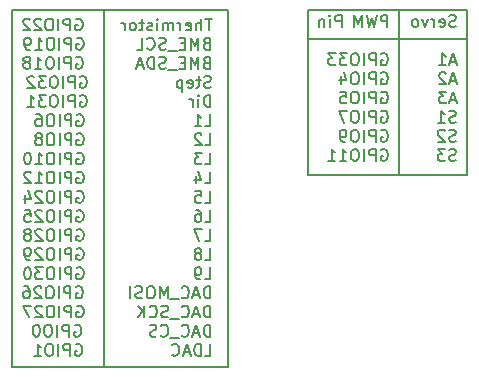
<source format=gbr>
%TF.GenerationSoftware,KiCad,Pcbnew,(7.0.0)*%
%TF.CreationDate,2023-12-07T21:26:55-05:00*%
%TF.ProjectId,PayloadPcbRev2,5061796c-6f61-4645-9063-62526576322e,rev?*%
%TF.SameCoordinates,Original*%
%TF.FileFunction,Legend,Bot*%
%TF.FilePolarity,Positive*%
%FSLAX46Y46*%
G04 Gerber Fmt 4.6, Leading zero omitted, Abs format (unit mm)*
G04 Created by KiCad (PCBNEW (7.0.0)) date 2023-12-07 21:26:55*
%MOMM*%
%LPD*%
G01*
G04 APERTURE LIST*
%ADD10C,0.150000*%
G04 APERTURE END LIST*
D10*
X143500000Y-45000000D02*
X143500000Y-75250000D01*
X135750000Y-45000000D02*
X154000000Y-45000000D01*
X154000000Y-45000000D02*
X154000000Y-75250000D01*
X154000000Y-75250000D02*
X135750000Y-75250000D01*
X135750000Y-75250000D02*
X135750000Y-45000000D01*
X152654761Y-45742380D02*
X152083333Y-45742380D01*
X152369047Y-46742380D02*
X152369047Y-45742380D01*
X151749999Y-46742380D02*
X151749999Y-45742380D01*
X151321428Y-46742380D02*
X151321428Y-46218571D01*
X151321428Y-46218571D02*
X151369047Y-46123333D01*
X151369047Y-46123333D02*
X151464285Y-46075714D01*
X151464285Y-46075714D02*
X151607142Y-46075714D01*
X151607142Y-46075714D02*
X151702380Y-46123333D01*
X151702380Y-46123333D02*
X151749999Y-46170952D01*
X150464285Y-46694761D02*
X150559523Y-46742380D01*
X150559523Y-46742380D02*
X150749999Y-46742380D01*
X150749999Y-46742380D02*
X150845237Y-46694761D01*
X150845237Y-46694761D02*
X150892856Y-46599523D01*
X150892856Y-46599523D02*
X150892856Y-46218571D01*
X150892856Y-46218571D02*
X150845237Y-46123333D01*
X150845237Y-46123333D02*
X150749999Y-46075714D01*
X150749999Y-46075714D02*
X150559523Y-46075714D01*
X150559523Y-46075714D02*
X150464285Y-46123333D01*
X150464285Y-46123333D02*
X150416666Y-46218571D01*
X150416666Y-46218571D02*
X150416666Y-46313809D01*
X150416666Y-46313809D02*
X150892856Y-46409047D01*
X149988094Y-46742380D02*
X149988094Y-46075714D01*
X149988094Y-46266190D02*
X149940475Y-46170952D01*
X149940475Y-46170952D02*
X149892856Y-46123333D01*
X149892856Y-46123333D02*
X149797618Y-46075714D01*
X149797618Y-46075714D02*
X149702380Y-46075714D01*
X149369046Y-46742380D02*
X149369046Y-46075714D01*
X149369046Y-46170952D02*
X149321427Y-46123333D01*
X149321427Y-46123333D02*
X149226189Y-46075714D01*
X149226189Y-46075714D02*
X149083332Y-46075714D01*
X149083332Y-46075714D02*
X148988094Y-46123333D01*
X148988094Y-46123333D02*
X148940475Y-46218571D01*
X148940475Y-46218571D02*
X148940475Y-46742380D01*
X148940475Y-46218571D02*
X148892856Y-46123333D01*
X148892856Y-46123333D02*
X148797618Y-46075714D01*
X148797618Y-46075714D02*
X148654761Y-46075714D01*
X148654761Y-46075714D02*
X148559522Y-46123333D01*
X148559522Y-46123333D02*
X148511903Y-46218571D01*
X148511903Y-46218571D02*
X148511903Y-46742380D01*
X148035713Y-46742380D02*
X148035713Y-46075714D01*
X148035713Y-45742380D02*
X148083332Y-45790000D01*
X148083332Y-45790000D02*
X148035713Y-45837619D01*
X148035713Y-45837619D02*
X147988094Y-45790000D01*
X147988094Y-45790000D02*
X148035713Y-45742380D01*
X148035713Y-45742380D02*
X148035713Y-45837619D01*
X147607142Y-46694761D02*
X147511904Y-46742380D01*
X147511904Y-46742380D02*
X147321428Y-46742380D01*
X147321428Y-46742380D02*
X147226190Y-46694761D01*
X147226190Y-46694761D02*
X147178571Y-46599523D01*
X147178571Y-46599523D02*
X147178571Y-46551904D01*
X147178571Y-46551904D02*
X147226190Y-46456666D01*
X147226190Y-46456666D02*
X147321428Y-46409047D01*
X147321428Y-46409047D02*
X147464285Y-46409047D01*
X147464285Y-46409047D02*
X147559523Y-46361428D01*
X147559523Y-46361428D02*
X147607142Y-46266190D01*
X147607142Y-46266190D02*
X147607142Y-46218571D01*
X147607142Y-46218571D02*
X147559523Y-46123333D01*
X147559523Y-46123333D02*
X147464285Y-46075714D01*
X147464285Y-46075714D02*
X147321428Y-46075714D01*
X147321428Y-46075714D02*
X147226190Y-46123333D01*
X146892856Y-46075714D02*
X146511904Y-46075714D01*
X146749999Y-45742380D02*
X146749999Y-46599523D01*
X146749999Y-46599523D02*
X146702380Y-46694761D01*
X146702380Y-46694761D02*
X146607142Y-46742380D01*
X146607142Y-46742380D02*
X146511904Y-46742380D01*
X146035713Y-46742380D02*
X146130951Y-46694761D01*
X146130951Y-46694761D02*
X146178570Y-46647142D01*
X146178570Y-46647142D02*
X146226189Y-46551904D01*
X146226189Y-46551904D02*
X146226189Y-46266190D01*
X146226189Y-46266190D02*
X146178570Y-46170952D01*
X146178570Y-46170952D02*
X146130951Y-46123333D01*
X146130951Y-46123333D02*
X146035713Y-46075714D01*
X146035713Y-46075714D02*
X145892856Y-46075714D01*
X145892856Y-46075714D02*
X145797618Y-46123333D01*
X145797618Y-46123333D02*
X145749999Y-46170952D01*
X145749999Y-46170952D02*
X145702380Y-46266190D01*
X145702380Y-46266190D02*
X145702380Y-46551904D01*
X145702380Y-46551904D02*
X145749999Y-46647142D01*
X145749999Y-46647142D02*
X145797618Y-46694761D01*
X145797618Y-46694761D02*
X145892856Y-46742380D01*
X145892856Y-46742380D02*
X146035713Y-46742380D01*
X145273808Y-46742380D02*
X145273808Y-46075714D01*
X145273808Y-46266190D02*
X145226189Y-46170952D01*
X145226189Y-46170952D02*
X145178570Y-46123333D01*
X145178570Y-46123333D02*
X145083332Y-46075714D01*
X145083332Y-46075714D02*
X144988094Y-46075714D01*
X141130951Y-45790000D02*
X141226189Y-45742380D01*
X141226189Y-45742380D02*
X141369046Y-45742380D01*
X141369046Y-45742380D02*
X141511903Y-45790000D01*
X141511903Y-45790000D02*
X141607141Y-45885238D01*
X141607141Y-45885238D02*
X141654760Y-45980476D01*
X141654760Y-45980476D02*
X141702379Y-46170952D01*
X141702379Y-46170952D02*
X141702379Y-46313809D01*
X141702379Y-46313809D02*
X141654760Y-46504285D01*
X141654760Y-46504285D02*
X141607141Y-46599523D01*
X141607141Y-46599523D02*
X141511903Y-46694761D01*
X141511903Y-46694761D02*
X141369046Y-46742380D01*
X141369046Y-46742380D02*
X141273808Y-46742380D01*
X141273808Y-46742380D02*
X141130951Y-46694761D01*
X141130951Y-46694761D02*
X141083332Y-46647142D01*
X141083332Y-46647142D02*
X141083332Y-46313809D01*
X141083332Y-46313809D02*
X141273808Y-46313809D01*
X140654760Y-46742380D02*
X140654760Y-45742380D01*
X140654760Y-45742380D02*
X140273808Y-45742380D01*
X140273808Y-45742380D02*
X140178570Y-45790000D01*
X140178570Y-45790000D02*
X140130951Y-45837619D01*
X140130951Y-45837619D02*
X140083332Y-45932857D01*
X140083332Y-45932857D02*
X140083332Y-46075714D01*
X140083332Y-46075714D02*
X140130951Y-46170952D01*
X140130951Y-46170952D02*
X140178570Y-46218571D01*
X140178570Y-46218571D02*
X140273808Y-46266190D01*
X140273808Y-46266190D02*
X140654760Y-46266190D01*
X139654760Y-46742380D02*
X139654760Y-45742380D01*
X138988094Y-45742380D02*
X138797618Y-45742380D01*
X138797618Y-45742380D02*
X138702380Y-45790000D01*
X138702380Y-45790000D02*
X138607142Y-45885238D01*
X138607142Y-45885238D02*
X138559523Y-46075714D01*
X138559523Y-46075714D02*
X138559523Y-46409047D01*
X138559523Y-46409047D02*
X138607142Y-46599523D01*
X138607142Y-46599523D02*
X138702380Y-46694761D01*
X138702380Y-46694761D02*
X138797618Y-46742380D01*
X138797618Y-46742380D02*
X138988094Y-46742380D01*
X138988094Y-46742380D02*
X139083332Y-46694761D01*
X139083332Y-46694761D02*
X139178570Y-46599523D01*
X139178570Y-46599523D02*
X139226189Y-46409047D01*
X139226189Y-46409047D02*
X139226189Y-46075714D01*
X139226189Y-46075714D02*
X139178570Y-45885238D01*
X139178570Y-45885238D02*
X139083332Y-45790000D01*
X139083332Y-45790000D02*
X138988094Y-45742380D01*
X138178570Y-45837619D02*
X138130951Y-45790000D01*
X138130951Y-45790000D02*
X138035713Y-45742380D01*
X138035713Y-45742380D02*
X137797618Y-45742380D01*
X137797618Y-45742380D02*
X137702380Y-45790000D01*
X137702380Y-45790000D02*
X137654761Y-45837619D01*
X137654761Y-45837619D02*
X137607142Y-45932857D01*
X137607142Y-45932857D02*
X137607142Y-46028095D01*
X137607142Y-46028095D02*
X137654761Y-46170952D01*
X137654761Y-46170952D02*
X138226189Y-46742380D01*
X138226189Y-46742380D02*
X137607142Y-46742380D01*
X137226189Y-45837619D02*
X137178570Y-45790000D01*
X137178570Y-45790000D02*
X137083332Y-45742380D01*
X137083332Y-45742380D02*
X136845237Y-45742380D01*
X136845237Y-45742380D02*
X136749999Y-45790000D01*
X136749999Y-45790000D02*
X136702380Y-45837619D01*
X136702380Y-45837619D02*
X136654761Y-45932857D01*
X136654761Y-45932857D02*
X136654761Y-46028095D01*
X136654761Y-46028095D02*
X136702380Y-46170952D01*
X136702380Y-46170952D02*
X137273808Y-46742380D01*
X137273808Y-46742380D02*
X136654761Y-46742380D01*
X152178571Y-47838571D02*
X152035714Y-47886190D01*
X152035714Y-47886190D02*
X151988095Y-47933809D01*
X151988095Y-47933809D02*
X151940476Y-48029047D01*
X151940476Y-48029047D02*
X151940476Y-48171904D01*
X151940476Y-48171904D02*
X151988095Y-48267142D01*
X151988095Y-48267142D02*
X152035714Y-48314761D01*
X152035714Y-48314761D02*
X152130952Y-48362380D01*
X152130952Y-48362380D02*
X152511904Y-48362380D01*
X152511904Y-48362380D02*
X152511904Y-47362380D01*
X152511904Y-47362380D02*
X152178571Y-47362380D01*
X152178571Y-47362380D02*
X152083333Y-47410000D01*
X152083333Y-47410000D02*
X152035714Y-47457619D01*
X152035714Y-47457619D02*
X151988095Y-47552857D01*
X151988095Y-47552857D02*
X151988095Y-47648095D01*
X151988095Y-47648095D02*
X152035714Y-47743333D01*
X152035714Y-47743333D02*
X152083333Y-47790952D01*
X152083333Y-47790952D02*
X152178571Y-47838571D01*
X152178571Y-47838571D02*
X152511904Y-47838571D01*
X151511904Y-48362380D02*
X151511904Y-47362380D01*
X151511904Y-47362380D02*
X151178571Y-48076666D01*
X151178571Y-48076666D02*
X150845238Y-47362380D01*
X150845238Y-47362380D02*
X150845238Y-48362380D01*
X150369047Y-47838571D02*
X150035714Y-47838571D01*
X149892857Y-48362380D02*
X150369047Y-48362380D01*
X150369047Y-48362380D02*
X150369047Y-47362380D01*
X150369047Y-47362380D02*
X149892857Y-47362380D01*
X149702381Y-48457619D02*
X148940476Y-48457619D01*
X148749999Y-48314761D02*
X148607142Y-48362380D01*
X148607142Y-48362380D02*
X148369047Y-48362380D01*
X148369047Y-48362380D02*
X148273809Y-48314761D01*
X148273809Y-48314761D02*
X148226190Y-48267142D01*
X148226190Y-48267142D02*
X148178571Y-48171904D01*
X148178571Y-48171904D02*
X148178571Y-48076666D01*
X148178571Y-48076666D02*
X148226190Y-47981428D01*
X148226190Y-47981428D02*
X148273809Y-47933809D01*
X148273809Y-47933809D02*
X148369047Y-47886190D01*
X148369047Y-47886190D02*
X148559523Y-47838571D01*
X148559523Y-47838571D02*
X148654761Y-47790952D01*
X148654761Y-47790952D02*
X148702380Y-47743333D01*
X148702380Y-47743333D02*
X148749999Y-47648095D01*
X148749999Y-47648095D02*
X148749999Y-47552857D01*
X148749999Y-47552857D02*
X148702380Y-47457619D01*
X148702380Y-47457619D02*
X148654761Y-47410000D01*
X148654761Y-47410000D02*
X148559523Y-47362380D01*
X148559523Y-47362380D02*
X148321428Y-47362380D01*
X148321428Y-47362380D02*
X148178571Y-47410000D01*
X147178571Y-48267142D02*
X147226190Y-48314761D01*
X147226190Y-48314761D02*
X147369047Y-48362380D01*
X147369047Y-48362380D02*
X147464285Y-48362380D01*
X147464285Y-48362380D02*
X147607142Y-48314761D01*
X147607142Y-48314761D02*
X147702380Y-48219523D01*
X147702380Y-48219523D02*
X147749999Y-48124285D01*
X147749999Y-48124285D02*
X147797618Y-47933809D01*
X147797618Y-47933809D02*
X147797618Y-47790952D01*
X147797618Y-47790952D02*
X147749999Y-47600476D01*
X147749999Y-47600476D02*
X147702380Y-47505238D01*
X147702380Y-47505238D02*
X147607142Y-47410000D01*
X147607142Y-47410000D02*
X147464285Y-47362380D01*
X147464285Y-47362380D02*
X147369047Y-47362380D01*
X147369047Y-47362380D02*
X147226190Y-47410000D01*
X147226190Y-47410000D02*
X147178571Y-47457619D01*
X146273809Y-48362380D02*
X146749999Y-48362380D01*
X146749999Y-48362380D02*
X146749999Y-47362380D01*
X141216666Y-47410000D02*
X141311904Y-47362380D01*
X141311904Y-47362380D02*
X141454761Y-47362380D01*
X141454761Y-47362380D02*
X141597618Y-47410000D01*
X141597618Y-47410000D02*
X141692856Y-47505238D01*
X141692856Y-47505238D02*
X141740475Y-47600476D01*
X141740475Y-47600476D02*
X141788094Y-47790952D01*
X141788094Y-47790952D02*
X141788094Y-47933809D01*
X141788094Y-47933809D02*
X141740475Y-48124285D01*
X141740475Y-48124285D02*
X141692856Y-48219523D01*
X141692856Y-48219523D02*
X141597618Y-48314761D01*
X141597618Y-48314761D02*
X141454761Y-48362380D01*
X141454761Y-48362380D02*
X141359523Y-48362380D01*
X141359523Y-48362380D02*
X141216666Y-48314761D01*
X141216666Y-48314761D02*
X141169047Y-48267142D01*
X141169047Y-48267142D02*
X141169047Y-47933809D01*
X141169047Y-47933809D02*
X141359523Y-47933809D01*
X140740475Y-48362380D02*
X140740475Y-47362380D01*
X140740475Y-47362380D02*
X140359523Y-47362380D01*
X140359523Y-47362380D02*
X140264285Y-47410000D01*
X140264285Y-47410000D02*
X140216666Y-47457619D01*
X140216666Y-47457619D02*
X140169047Y-47552857D01*
X140169047Y-47552857D02*
X140169047Y-47695714D01*
X140169047Y-47695714D02*
X140216666Y-47790952D01*
X140216666Y-47790952D02*
X140264285Y-47838571D01*
X140264285Y-47838571D02*
X140359523Y-47886190D01*
X140359523Y-47886190D02*
X140740475Y-47886190D01*
X139740475Y-48362380D02*
X139740475Y-47362380D01*
X139073809Y-47362380D02*
X138883333Y-47362380D01*
X138883333Y-47362380D02*
X138788095Y-47410000D01*
X138788095Y-47410000D02*
X138692857Y-47505238D01*
X138692857Y-47505238D02*
X138645238Y-47695714D01*
X138645238Y-47695714D02*
X138645238Y-48029047D01*
X138645238Y-48029047D02*
X138692857Y-48219523D01*
X138692857Y-48219523D02*
X138788095Y-48314761D01*
X138788095Y-48314761D02*
X138883333Y-48362380D01*
X138883333Y-48362380D02*
X139073809Y-48362380D01*
X139073809Y-48362380D02*
X139169047Y-48314761D01*
X139169047Y-48314761D02*
X139264285Y-48219523D01*
X139264285Y-48219523D02*
X139311904Y-48029047D01*
X139311904Y-48029047D02*
X139311904Y-47695714D01*
X139311904Y-47695714D02*
X139264285Y-47505238D01*
X139264285Y-47505238D02*
X139169047Y-47410000D01*
X139169047Y-47410000D02*
X139073809Y-47362380D01*
X137692857Y-48362380D02*
X138264285Y-48362380D01*
X137978571Y-48362380D02*
X137978571Y-47362380D01*
X137978571Y-47362380D02*
X138073809Y-47505238D01*
X138073809Y-47505238D02*
X138169047Y-47600476D01*
X138169047Y-47600476D02*
X138264285Y-47648095D01*
X137216666Y-48362380D02*
X137026190Y-48362380D01*
X137026190Y-48362380D02*
X136930952Y-48314761D01*
X136930952Y-48314761D02*
X136883333Y-48267142D01*
X136883333Y-48267142D02*
X136788095Y-48124285D01*
X136788095Y-48124285D02*
X136740476Y-47933809D01*
X136740476Y-47933809D02*
X136740476Y-47552857D01*
X136740476Y-47552857D02*
X136788095Y-47457619D01*
X136788095Y-47457619D02*
X136835714Y-47410000D01*
X136835714Y-47410000D02*
X136930952Y-47362380D01*
X136930952Y-47362380D02*
X137121428Y-47362380D01*
X137121428Y-47362380D02*
X137216666Y-47410000D01*
X137216666Y-47410000D02*
X137264285Y-47457619D01*
X137264285Y-47457619D02*
X137311904Y-47552857D01*
X137311904Y-47552857D02*
X137311904Y-47790952D01*
X137311904Y-47790952D02*
X137264285Y-47886190D01*
X137264285Y-47886190D02*
X137216666Y-47933809D01*
X137216666Y-47933809D02*
X137121428Y-47981428D01*
X137121428Y-47981428D02*
X136930952Y-47981428D01*
X136930952Y-47981428D02*
X136835714Y-47933809D01*
X136835714Y-47933809D02*
X136788095Y-47886190D01*
X136788095Y-47886190D02*
X136740476Y-47790952D01*
X152178571Y-49458571D02*
X152035714Y-49506190D01*
X152035714Y-49506190D02*
X151988095Y-49553809D01*
X151988095Y-49553809D02*
X151940476Y-49649047D01*
X151940476Y-49649047D02*
X151940476Y-49791904D01*
X151940476Y-49791904D02*
X151988095Y-49887142D01*
X151988095Y-49887142D02*
X152035714Y-49934761D01*
X152035714Y-49934761D02*
X152130952Y-49982380D01*
X152130952Y-49982380D02*
X152511904Y-49982380D01*
X152511904Y-49982380D02*
X152511904Y-48982380D01*
X152511904Y-48982380D02*
X152178571Y-48982380D01*
X152178571Y-48982380D02*
X152083333Y-49030000D01*
X152083333Y-49030000D02*
X152035714Y-49077619D01*
X152035714Y-49077619D02*
X151988095Y-49172857D01*
X151988095Y-49172857D02*
X151988095Y-49268095D01*
X151988095Y-49268095D02*
X152035714Y-49363333D01*
X152035714Y-49363333D02*
X152083333Y-49410952D01*
X152083333Y-49410952D02*
X152178571Y-49458571D01*
X152178571Y-49458571D02*
X152511904Y-49458571D01*
X151511904Y-49982380D02*
X151511904Y-48982380D01*
X151511904Y-48982380D02*
X151178571Y-49696666D01*
X151178571Y-49696666D02*
X150845238Y-48982380D01*
X150845238Y-48982380D02*
X150845238Y-49982380D01*
X150369047Y-49458571D02*
X150035714Y-49458571D01*
X149892857Y-49982380D02*
X150369047Y-49982380D01*
X150369047Y-49982380D02*
X150369047Y-48982380D01*
X150369047Y-48982380D02*
X149892857Y-48982380D01*
X149702381Y-50077619D02*
X148940476Y-50077619D01*
X148749999Y-49934761D02*
X148607142Y-49982380D01*
X148607142Y-49982380D02*
X148369047Y-49982380D01*
X148369047Y-49982380D02*
X148273809Y-49934761D01*
X148273809Y-49934761D02*
X148226190Y-49887142D01*
X148226190Y-49887142D02*
X148178571Y-49791904D01*
X148178571Y-49791904D02*
X148178571Y-49696666D01*
X148178571Y-49696666D02*
X148226190Y-49601428D01*
X148226190Y-49601428D02*
X148273809Y-49553809D01*
X148273809Y-49553809D02*
X148369047Y-49506190D01*
X148369047Y-49506190D02*
X148559523Y-49458571D01*
X148559523Y-49458571D02*
X148654761Y-49410952D01*
X148654761Y-49410952D02*
X148702380Y-49363333D01*
X148702380Y-49363333D02*
X148749999Y-49268095D01*
X148749999Y-49268095D02*
X148749999Y-49172857D01*
X148749999Y-49172857D02*
X148702380Y-49077619D01*
X148702380Y-49077619D02*
X148654761Y-49030000D01*
X148654761Y-49030000D02*
X148559523Y-48982380D01*
X148559523Y-48982380D02*
X148321428Y-48982380D01*
X148321428Y-48982380D02*
X148178571Y-49030000D01*
X147749999Y-49982380D02*
X147749999Y-48982380D01*
X147749999Y-48982380D02*
X147511904Y-48982380D01*
X147511904Y-48982380D02*
X147369047Y-49030000D01*
X147369047Y-49030000D02*
X147273809Y-49125238D01*
X147273809Y-49125238D02*
X147226190Y-49220476D01*
X147226190Y-49220476D02*
X147178571Y-49410952D01*
X147178571Y-49410952D02*
X147178571Y-49553809D01*
X147178571Y-49553809D02*
X147226190Y-49744285D01*
X147226190Y-49744285D02*
X147273809Y-49839523D01*
X147273809Y-49839523D02*
X147369047Y-49934761D01*
X147369047Y-49934761D02*
X147511904Y-49982380D01*
X147511904Y-49982380D02*
X147749999Y-49982380D01*
X146797618Y-49696666D02*
X146321428Y-49696666D01*
X146892856Y-49982380D02*
X146559523Y-48982380D01*
X146559523Y-48982380D02*
X146226190Y-49982380D01*
X141169047Y-49030000D02*
X141264285Y-48982380D01*
X141264285Y-48982380D02*
X141407142Y-48982380D01*
X141407142Y-48982380D02*
X141549999Y-49030000D01*
X141549999Y-49030000D02*
X141645237Y-49125238D01*
X141645237Y-49125238D02*
X141692856Y-49220476D01*
X141692856Y-49220476D02*
X141740475Y-49410952D01*
X141740475Y-49410952D02*
X141740475Y-49553809D01*
X141740475Y-49553809D02*
X141692856Y-49744285D01*
X141692856Y-49744285D02*
X141645237Y-49839523D01*
X141645237Y-49839523D02*
X141549999Y-49934761D01*
X141549999Y-49934761D02*
X141407142Y-49982380D01*
X141407142Y-49982380D02*
X141311904Y-49982380D01*
X141311904Y-49982380D02*
X141169047Y-49934761D01*
X141169047Y-49934761D02*
X141121428Y-49887142D01*
X141121428Y-49887142D02*
X141121428Y-49553809D01*
X141121428Y-49553809D02*
X141311904Y-49553809D01*
X140692856Y-49982380D02*
X140692856Y-48982380D01*
X140692856Y-48982380D02*
X140311904Y-48982380D01*
X140311904Y-48982380D02*
X140216666Y-49030000D01*
X140216666Y-49030000D02*
X140169047Y-49077619D01*
X140169047Y-49077619D02*
X140121428Y-49172857D01*
X140121428Y-49172857D02*
X140121428Y-49315714D01*
X140121428Y-49315714D02*
X140169047Y-49410952D01*
X140169047Y-49410952D02*
X140216666Y-49458571D01*
X140216666Y-49458571D02*
X140311904Y-49506190D01*
X140311904Y-49506190D02*
X140692856Y-49506190D01*
X139692856Y-49982380D02*
X139692856Y-48982380D01*
X139026190Y-48982380D02*
X138835714Y-48982380D01*
X138835714Y-48982380D02*
X138740476Y-49030000D01*
X138740476Y-49030000D02*
X138645238Y-49125238D01*
X138645238Y-49125238D02*
X138597619Y-49315714D01*
X138597619Y-49315714D02*
X138597619Y-49649047D01*
X138597619Y-49649047D02*
X138645238Y-49839523D01*
X138645238Y-49839523D02*
X138740476Y-49934761D01*
X138740476Y-49934761D02*
X138835714Y-49982380D01*
X138835714Y-49982380D02*
X139026190Y-49982380D01*
X139026190Y-49982380D02*
X139121428Y-49934761D01*
X139121428Y-49934761D02*
X139216666Y-49839523D01*
X139216666Y-49839523D02*
X139264285Y-49649047D01*
X139264285Y-49649047D02*
X139264285Y-49315714D01*
X139264285Y-49315714D02*
X139216666Y-49125238D01*
X139216666Y-49125238D02*
X139121428Y-49030000D01*
X139121428Y-49030000D02*
X139026190Y-48982380D01*
X137645238Y-49982380D02*
X138216666Y-49982380D01*
X137930952Y-49982380D02*
X137930952Y-48982380D01*
X137930952Y-48982380D02*
X138026190Y-49125238D01*
X138026190Y-49125238D02*
X138121428Y-49220476D01*
X138121428Y-49220476D02*
X138216666Y-49268095D01*
X137073809Y-49410952D02*
X137169047Y-49363333D01*
X137169047Y-49363333D02*
X137216666Y-49315714D01*
X137216666Y-49315714D02*
X137264285Y-49220476D01*
X137264285Y-49220476D02*
X137264285Y-49172857D01*
X137264285Y-49172857D02*
X137216666Y-49077619D01*
X137216666Y-49077619D02*
X137169047Y-49030000D01*
X137169047Y-49030000D02*
X137073809Y-48982380D01*
X137073809Y-48982380D02*
X136883333Y-48982380D01*
X136883333Y-48982380D02*
X136788095Y-49030000D01*
X136788095Y-49030000D02*
X136740476Y-49077619D01*
X136740476Y-49077619D02*
X136692857Y-49172857D01*
X136692857Y-49172857D02*
X136692857Y-49220476D01*
X136692857Y-49220476D02*
X136740476Y-49315714D01*
X136740476Y-49315714D02*
X136788095Y-49363333D01*
X136788095Y-49363333D02*
X136883333Y-49410952D01*
X136883333Y-49410952D02*
X137073809Y-49410952D01*
X137073809Y-49410952D02*
X137169047Y-49458571D01*
X137169047Y-49458571D02*
X137216666Y-49506190D01*
X137216666Y-49506190D02*
X137264285Y-49601428D01*
X137264285Y-49601428D02*
X137264285Y-49791904D01*
X137264285Y-49791904D02*
X137216666Y-49887142D01*
X137216666Y-49887142D02*
X137169047Y-49934761D01*
X137169047Y-49934761D02*
X137073809Y-49982380D01*
X137073809Y-49982380D02*
X136883333Y-49982380D01*
X136883333Y-49982380D02*
X136788095Y-49934761D01*
X136788095Y-49934761D02*
X136740476Y-49887142D01*
X136740476Y-49887142D02*
X136692857Y-49791904D01*
X136692857Y-49791904D02*
X136692857Y-49601428D01*
X136692857Y-49601428D02*
X136740476Y-49506190D01*
X136740476Y-49506190D02*
X136788095Y-49458571D01*
X136788095Y-49458571D02*
X136883333Y-49410952D01*
X152559523Y-51554761D02*
X152416666Y-51602380D01*
X152416666Y-51602380D02*
X152178571Y-51602380D01*
X152178571Y-51602380D02*
X152083333Y-51554761D01*
X152083333Y-51554761D02*
X152035714Y-51507142D01*
X152035714Y-51507142D02*
X151988095Y-51411904D01*
X151988095Y-51411904D02*
X151988095Y-51316666D01*
X151988095Y-51316666D02*
X152035714Y-51221428D01*
X152035714Y-51221428D02*
X152083333Y-51173809D01*
X152083333Y-51173809D02*
X152178571Y-51126190D01*
X152178571Y-51126190D02*
X152369047Y-51078571D01*
X152369047Y-51078571D02*
X152464285Y-51030952D01*
X152464285Y-51030952D02*
X152511904Y-50983333D01*
X152511904Y-50983333D02*
X152559523Y-50888095D01*
X152559523Y-50888095D02*
X152559523Y-50792857D01*
X152559523Y-50792857D02*
X152511904Y-50697619D01*
X152511904Y-50697619D02*
X152464285Y-50650000D01*
X152464285Y-50650000D02*
X152369047Y-50602380D01*
X152369047Y-50602380D02*
X152130952Y-50602380D01*
X152130952Y-50602380D02*
X151988095Y-50650000D01*
X151702380Y-50935714D02*
X151321428Y-50935714D01*
X151559523Y-50602380D02*
X151559523Y-51459523D01*
X151559523Y-51459523D02*
X151511904Y-51554761D01*
X151511904Y-51554761D02*
X151416666Y-51602380D01*
X151416666Y-51602380D02*
X151321428Y-51602380D01*
X150607142Y-51554761D02*
X150702380Y-51602380D01*
X150702380Y-51602380D02*
X150892856Y-51602380D01*
X150892856Y-51602380D02*
X150988094Y-51554761D01*
X150988094Y-51554761D02*
X151035713Y-51459523D01*
X151035713Y-51459523D02*
X151035713Y-51078571D01*
X151035713Y-51078571D02*
X150988094Y-50983333D01*
X150988094Y-50983333D02*
X150892856Y-50935714D01*
X150892856Y-50935714D02*
X150702380Y-50935714D01*
X150702380Y-50935714D02*
X150607142Y-50983333D01*
X150607142Y-50983333D02*
X150559523Y-51078571D01*
X150559523Y-51078571D02*
X150559523Y-51173809D01*
X150559523Y-51173809D02*
X151035713Y-51269047D01*
X150130951Y-50935714D02*
X150130951Y-51935714D01*
X150130951Y-50983333D02*
X150035713Y-50935714D01*
X150035713Y-50935714D02*
X149845237Y-50935714D01*
X149845237Y-50935714D02*
X149749999Y-50983333D01*
X149749999Y-50983333D02*
X149702380Y-51030952D01*
X149702380Y-51030952D02*
X149654761Y-51126190D01*
X149654761Y-51126190D02*
X149654761Y-51411904D01*
X149654761Y-51411904D02*
X149702380Y-51507142D01*
X149702380Y-51507142D02*
X149749999Y-51554761D01*
X149749999Y-51554761D02*
X149845237Y-51602380D01*
X149845237Y-51602380D02*
X150035713Y-51602380D01*
X150035713Y-51602380D02*
X150130951Y-51554761D01*
X141502380Y-50650000D02*
X141597618Y-50602380D01*
X141597618Y-50602380D02*
X141740475Y-50602380D01*
X141740475Y-50602380D02*
X141883332Y-50650000D01*
X141883332Y-50650000D02*
X141978570Y-50745238D01*
X141978570Y-50745238D02*
X142026189Y-50840476D01*
X142026189Y-50840476D02*
X142073808Y-51030952D01*
X142073808Y-51030952D02*
X142073808Y-51173809D01*
X142073808Y-51173809D02*
X142026189Y-51364285D01*
X142026189Y-51364285D02*
X141978570Y-51459523D01*
X141978570Y-51459523D02*
X141883332Y-51554761D01*
X141883332Y-51554761D02*
X141740475Y-51602380D01*
X141740475Y-51602380D02*
X141645237Y-51602380D01*
X141645237Y-51602380D02*
X141502380Y-51554761D01*
X141502380Y-51554761D02*
X141454761Y-51507142D01*
X141454761Y-51507142D02*
X141454761Y-51173809D01*
X141454761Y-51173809D02*
X141645237Y-51173809D01*
X141026189Y-51602380D02*
X141026189Y-50602380D01*
X141026189Y-50602380D02*
X140645237Y-50602380D01*
X140645237Y-50602380D02*
X140549999Y-50650000D01*
X140549999Y-50650000D02*
X140502380Y-50697619D01*
X140502380Y-50697619D02*
X140454761Y-50792857D01*
X140454761Y-50792857D02*
X140454761Y-50935714D01*
X140454761Y-50935714D02*
X140502380Y-51030952D01*
X140502380Y-51030952D02*
X140549999Y-51078571D01*
X140549999Y-51078571D02*
X140645237Y-51126190D01*
X140645237Y-51126190D02*
X141026189Y-51126190D01*
X140026189Y-51602380D02*
X140026189Y-50602380D01*
X139359523Y-50602380D02*
X139169047Y-50602380D01*
X139169047Y-50602380D02*
X139073809Y-50650000D01*
X139073809Y-50650000D02*
X138978571Y-50745238D01*
X138978571Y-50745238D02*
X138930952Y-50935714D01*
X138930952Y-50935714D02*
X138930952Y-51269047D01*
X138930952Y-51269047D02*
X138978571Y-51459523D01*
X138978571Y-51459523D02*
X139073809Y-51554761D01*
X139073809Y-51554761D02*
X139169047Y-51602380D01*
X139169047Y-51602380D02*
X139359523Y-51602380D01*
X139359523Y-51602380D02*
X139454761Y-51554761D01*
X139454761Y-51554761D02*
X139549999Y-51459523D01*
X139549999Y-51459523D02*
X139597618Y-51269047D01*
X139597618Y-51269047D02*
X139597618Y-50935714D01*
X139597618Y-50935714D02*
X139549999Y-50745238D01*
X139549999Y-50745238D02*
X139454761Y-50650000D01*
X139454761Y-50650000D02*
X139359523Y-50602380D01*
X138597618Y-50602380D02*
X137978571Y-50602380D01*
X137978571Y-50602380D02*
X138311904Y-50983333D01*
X138311904Y-50983333D02*
X138169047Y-50983333D01*
X138169047Y-50983333D02*
X138073809Y-51030952D01*
X138073809Y-51030952D02*
X138026190Y-51078571D01*
X138026190Y-51078571D02*
X137978571Y-51173809D01*
X137978571Y-51173809D02*
X137978571Y-51411904D01*
X137978571Y-51411904D02*
X138026190Y-51507142D01*
X138026190Y-51507142D02*
X138073809Y-51554761D01*
X138073809Y-51554761D02*
X138169047Y-51602380D01*
X138169047Y-51602380D02*
X138454761Y-51602380D01*
X138454761Y-51602380D02*
X138549999Y-51554761D01*
X138549999Y-51554761D02*
X138597618Y-51507142D01*
X137597618Y-50697619D02*
X137549999Y-50650000D01*
X137549999Y-50650000D02*
X137454761Y-50602380D01*
X137454761Y-50602380D02*
X137216666Y-50602380D01*
X137216666Y-50602380D02*
X137121428Y-50650000D01*
X137121428Y-50650000D02*
X137073809Y-50697619D01*
X137073809Y-50697619D02*
X137026190Y-50792857D01*
X137026190Y-50792857D02*
X137026190Y-50888095D01*
X137026190Y-50888095D02*
X137073809Y-51030952D01*
X137073809Y-51030952D02*
X137645237Y-51602380D01*
X137645237Y-51602380D02*
X137026190Y-51602380D01*
X152511904Y-53222380D02*
X152511904Y-52222380D01*
X152511904Y-52222380D02*
X152273809Y-52222380D01*
X152273809Y-52222380D02*
X152130952Y-52270000D01*
X152130952Y-52270000D02*
X152035714Y-52365238D01*
X152035714Y-52365238D02*
X151988095Y-52460476D01*
X151988095Y-52460476D02*
X151940476Y-52650952D01*
X151940476Y-52650952D02*
X151940476Y-52793809D01*
X151940476Y-52793809D02*
X151988095Y-52984285D01*
X151988095Y-52984285D02*
X152035714Y-53079523D01*
X152035714Y-53079523D02*
X152130952Y-53174761D01*
X152130952Y-53174761D02*
X152273809Y-53222380D01*
X152273809Y-53222380D02*
X152511904Y-53222380D01*
X151511904Y-53222380D02*
X151511904Y-52555714D01*
X151511904Y-52222380D02*
X151559523Y-52270000D01*
X151559523Y-52270000D02*
X151511904Y-52317619D01*
X151511904Y-52317619D02*
X151464285Y-52270000D01*
X151464285Y-52270000D02*
X151511904Y-52222380D01*
X151511904Y-52222380D02*
X151511904Y-52317619D01*
X151035714Y-53222380D02*
X151035714Y-52555714D01*
X151035714Y-52746190D02*
X150988095Y-52650952D01*
X150988095Y-52650952D02*
X150940476Y-52603333D01*
X150940476Y-52603333D02*
X150845238Y-52555714D01*
X150845238Y-52555714D02*
X150750000Y-52555714D01*
X141492857Y-52270000D02*
X141588095Y-52222380D01*
X141588095Y-52222380D02*
X141730952Y-52222380D01*
X141730952Y-52222380D02*
X141873809Y-52270000D01*
X141873809Y-52270000D02*
X141969047Y-52365238D01*
X141969047Y-52365238D02*
X142016666Y-52460476D01*
X142016666Y-52460476D02*
X142064285Y-52650952D01*
X142064285Y-52650952D02*
X142064285Y-52793809D01*
X142064285Y-52793809D02*
X142016666Y-52984285D01*
X142016666Y-52984285D02*
X141969047Y-53079523D01*
X141969047Y-53079523D02*
X141873809Y-53174761D01*
X141873809Y-53174761D02*
X141730952Y-53222380D01*
X141730952Y-53222380D02*
X141635714Y-53222380D01*
X141635714Y-53222380D02*
X141492857Y-53174761D01*
X141492857Y-53174761D02*
X141445238Y-53127142D01*
X141445238Y-53127142D02*
X141445238Y-52793809D01*
X141445238Y-52793809D02*
X141635714Y-52793809D01*
X141016666Y-53222380D02*
X141016666Y-52222380D01*
X141016666Y-52222380D02*
X140635714Y-52222380D01*
X140635714Y-52222380D02*
X140540476Y-52270000D01*
X140540476Y-52270000D02*
X140492857Y-52317619D01*
X140492857Y-52317619D02*
X140445238Y-52412857D01*
X140445238Y-52412857D02*
X140445238Y-52555714D01*
X140445238Y-52555714D02*
X140492857Y-52650952D01*
X140492857Y-52650952D02*
X140540476Y-52698571D01*
X140540476Y-52698571D02*
X140635714Y-52746190D01*
X140635714Y-52746190D02*
X141016666Y-52746190D01*
X140016666Y-53222380D02*
X140016666Y-52222380D01*
X139350000Y-52222380D02*
X139159524Y-52222380D01*
X139159524Y-52222380D02*
X139064286Y-52270000D01*
X139064286Y-52270000D02*
X138969048Y-52365238D01*
X138969048Y-52365238D02*
X138921429Y-52555714D01*
X138921429Y-52555714D02*
X138921429Y-52889047D01*
X138921429Y-52889047D02*
X138969048Y-53079523D01*
X138969048Y-53079523D02*
X139064286Y-53174761D01*
X139064286Y-53174761D02*
X139159524Y-53222380D01*
X139159524Y-53222380D02*
X139350000Y-53222380D01*
X139350000Y-53222380D02*
X139445238Y-53174761D01*
X139445238Y-53174761D02*
X139540476Y-53079523D01*
X139540476Y-53079523D02*
X139588095Y-52889047D01*
X139588095Y-52889047D02*
X139588095Y-52555714D01*
X139588095Y-52555714D02*
X139540476Y-52365238D01*
X139540476Y-52365238D02*
X139445238Y-52270000D01*
X139445238Y-52270000D02*
X139350000Y-52222380D01*
X138588095Y-52222380D02*
X137969048Y-52222380D01*
X137969048Y-52222380D02*
X138302381Y-52603333D01*
X138302381Y-52603333D02*
X138159524Y-52603333D01*
X138159524Y-52603333D02*
X138064286Y-52650952D01*
X138064286Y-52650952D02*
X138016667Y-52698571D01*
X138016667Y-52698571D02*
X137969048Y-52793809D01*
X137969048Y-52793809D02*
X137969048Y-53031904D01*
X137969048Y-53031904D02*
X138016667Y-53127142D01*
X138016667Y-53127142D02*
X138064286Y-53174761D01*
X138064286Y-53174761D02*
X138159524Y-53222380D01*
X138159524Y-53222380D02*
X138445238Y-53222380D01*
X138445238Y-53222380D02*
X138540476Y-53174761D01*
X138540476Y-53174761D02*
X138588095Y-53127142D01*
X137016667Y-53222380D02*
X137588095Y-53222380D01*
X137302381Y-53222380D02*
X137302381Y-52222380D01*
X137302381Y-52222380D02*
X137397619Y-52365238D01*
X137397619Y-52365238D02*
X137492857Y-52460476D01*
X137492857Y-52460476D02*
X137588095Y-52508095D01*
X152035714Y-54842380D02*
X152511904Y-54842380D01*
X152511904Y-54842380D02*
X152511904Y-53842380D01*
X151178571Y-54842380D02*
X151749999Y-54842380D01*
X151464285Y-54842380D02*
X151464285Y-53842380D01*
X151464285Y-53842380D02*
X151559523Y-53985238D01*
X151559523Y-53985238D02*
X151654761Y-54080476D01*
X151654761Y-54080476D02*
X151749999Y-54128095D01*
X141226190Y-53890000D02*
X141321428Y-53842380D01*
X141321428Y-53842380D02*
X141464285Y-53842380D01*
X141464285Y-53842380D02*
X141607142Y-53890000D01*
X141607142Y-53890000D02*
X141702380Y-53985238D01*
X141702380Y-53985238D02*
X141749999Y-54080476D01*
X141749999Y-54080476D02*
X141797618Y-54270952D01*
X141797618Y-54270952D02*
X141797618Y-54413809D01*
X141797618Y-54413809D02*
X141749999Y-54604285D01*
X141749999Y-54604285D02*
X141702380Y-54699523D01*
X141702380Y-54699523D02*
X141607142Y-54794761D01*
X141607142Y-54794761D02*
X141464285Y-54842380D01*
X141464285Y-54842380D02*
X141369047Y-54842380D01*
X141369047Y-54842380D02*
X141226190Y-54794761D01*
X141226190Y-54794761D02*
X141178571Y-54747142D01*
X141178571Y-54747142D02*
X141178571Y-54413809D01*
X141178571Y-54413809D02*
X141369047Y-54413809D01*
X140749999Y-54842380D02*
X140749999Y-53842380D01*
X140749999Y-53842380D02*
X140369047Y-53842380D01*
X140369047Y-53842380D02*
X140273809Y-53890000D01*
X140273809Y-53890000D02*
X140226190Y-53937619D01*
X140226190Y-53937619D02*
X140178571Y-54032857D01*
X140178571Y-54032857D02*
X140178571Y-54175714D01*
X140178571Y-54175714D02*
X140226190Y-54270952D01*
X140226190Y-54270952D02*
X140273809Y-54318571D01*
X140273809Y-54318571D02*
X140369047Y-54366190D01*
X140369047Y-54366190D02*
X140749999Y-54366190D01*
X139749999Y-54842380D02*
X139749999Y-53842380D01*
X139083333Y-53842380D02*
X138892857Y-53842380D01*
X138892857Y-53842380D02*
X138797619Y-53890000D01*
X138797619Y-53890000D02*
X138702381Y-53985238D01*
X138702381Y-53985238D02*
X138654762Y-54175714D01*
X138654762Y-54175714D02*
X138654762Y-54509047D01*
X138654762Y-54509047D02*
X138702381Y-54699523D01*
X138702381Y-54699523D02*
X138797619Y-54794761D01*
X138797619Y-54794761D02*
X138892857Y-54842380D01*
X138892857Y-54842380D02*
X139083333Y-54842380D01*
X139083333Y-54842380D02*
X139178571Y-54794761D01*
X139178571Y-54794761D02*
X139273809Y-54699523D01*
X139273809Y-54699523D02*
X139321428Y-54509047D01*
X139321428Y-54509047D02*
X139321428Y-54175714D01*
X139321428Y-54175714D02*
X139273809Y-53985238D01*
X139273809Y-53985238D02*
X139178571Y-53890000D01*
X139178571Y-53890000D02*
X139083333Y-53842380D01*
X137797619Y-53842380D02*
X137988095Y-53842380D01*
X137988095Y-53842380D02*
X138083333Y-53890000D01*
X138083333Y-53890000D02*
X138130952Y-53937619D01*
X138130952Y-53937619D02*
X138226190Y-54080476D01*
X138226190Y-54080476D02*
X138273809Y-54270952D01*
X138273809Y-54270952D02*
X138273809Y-54651904D01*
X138273809Y-54651904D02*
X138226190Y-54747142D01*
X138226190Y-54747142D02*
X138178571Y-54794761D01*
X138178571Y-54794761D02*
X138083333Y-54842380D01*
X138083333Y-54842380D02*
X137892857Y-54842380D01*
X137892857Y-54842380D02*
X137797619Y-54794761D01*
X137797619Y-54794761D02*
X137750000Y-54747142D01*
X137750000Y-54747142D02*
X137702381Y-54651904D01*
X137702381Y-54651904D02*
X137702381Y-54413809D01*
X137702381Y-54413809D02*
X137750000Y-54318571D01*
X137750000Y-54318571D02*
X137797619Y-54270952D01*
X137797619Y-54270952D02*
X137892857Y-54223333D01*
X137892857Y-54223333D02*
X138083333Y-54223333D01*
X138083333Y-54223333D02*
X138178571Y-54270952D01*
X138178571Y-54270952D02*
X138226190Y-54318571D01*
X138226190Y-54318571D02*
X138273809Y-54413809D01*
X152035714Y-56462380D02*
X152511904Y-56462380D01*
X152511904Y-56462380D02*
X152511904Y-55462380D01*
X151749999Y-55557619D02*
X151702380Y-55510000D01*
X151702380Y-55510000D02*
X151607142Y-55462380D01*
X151607142Y-55462380D02*
X151369047Y-55462380D01*
X151369047Y-55462380D02*
X151273809Y-55510000D01*
X151273809Y-55510000D02*
X151226190Y-55557619D01*
X151226190Y-55557619D02*
X151178571Y-55652857D01*
X151178571Y-55652857D02*
X151178571Y-55748095D01*
X151178571Y-55748095D02*
X151226190Y-55890952D01*
X151226190Y-55890952D02*
X151797618Y-56462380D01*
X151797618Y-56462380D02*
X151178571Y-56462380D01*
X141226190Y-55510000D02*
X141321428Y-55462380D01*
X141321428Y-55462380D02*
X141464285Y-55462380D01*
X141464285Y-55462380D02*
X141607142Y-55510000D01*
X141607142Y-55510000D02*
X141702380Y-55605238D01*
X141702380Y-55605238D02*
X141749999Y-55700476D01*
X141749999Y-55700476D02*
X141797618Y-55890952D01*
X141797618Y-55890952D02*
X141797618Y-56033809D01*
X141797618Y-56033809D02*
X141749999Y-56224285D01*
X141749999Y-56224285D02*
X141702380Y-56319523D01*
X141702380Y-56319523D02*
X141607142Y-56414761D01*
X141607142Y-56414761D02*
X141464285Y-56462380D01*
X141464285Y-56462380D02*
X141369047Y-56462380D01*
X141369047Y-56462380D02*
X141226190Y-56414761D01*
X141226190Y-56414761D02*
X141178571Y-56367142D01*
X141178571Y-56367142D02*
X141178571Y-56033809D01*
X141178571Y-56033809D02*
X141369047Y-56033809D01*
X140749999Y-56462380D02*
X140749999Y-55462380D01*
X140749999Y-55462380D02*
X140369047Y-55462380D01*
X140369047Y-55462380D02*
X140273809Y-55510000D01*
X140273809Y-55510000D02*
X140226190Y-55557619D01*
X140226190Y-55557619D02*
X140178571Y-55652857D01*
X140178571Y-55652857D02*
X140178571Y-55795714D01*
X140178571Y-55795714D02*
X140226190Y-55890952D01*
X140226190Y-55890952D02*
X140273809Y-55938571D01*
X140273809Y-55938571D02*
X140369047Y-55986190D01*
X140369047Y-55986190D02*
X140749999Y-55986190D01*
X139749999Y-56462380D02*
X139749999Y-55462380D01*
X139083333Y-55462380D02*
X138892857Y-55462380D01*
X138892857Y-55462380D02*
X138797619Y-55510000D01*
X138797619Y-55510000D02*
X138702381Y-55605238D01*
X138702381Y-55605238D02*
X138654762Y-55795714D01*
X138654762Y-55795714D02*
X138654762Y-56129047D01*
X138654762Y-56129047D02*
X138702381Y-56319523D01*
X138702381Y-56319523D02*
X138797619Y-56414761D01*
X138797619Y-56414761D02*
X138892857Y-56462380D01*
X138892857Y-56462380D02*
X139083333Y-56462380D01*
X139083333Y-56462380D02*
X139178571Y-56414761D01*
X139178571Y-56414761D02*
X139273809Y-56319523D01*
X139273809Y-56319523D02*
X139321428Y-56129047D01*
X139321428Y-56129047D02*
X139321428Y-55795714D01*
X139321428Y-55795714D02*
X139273809Y-55605238D01*
X139273809Y-55605238D02*
X139178571Y-55510000D01*
X139178571Y-55510000D02*
X139083333Y-55462380D01*
X138083333Y-55890952D02*
X138178571Y-55843333D01*
X138178571Y-55843333D02*
X138226190Y-55795714D01*
X138226190Y-55795714D02*
X138273809Y-55700476D01*
X138273809Y-55700476D02*
X138273809Y-55652857D01*
X138273809Y-55652857D02*
X138226190Y-55557619D01*
X138226190Y-55557619D02*
X138178571Y-55510000D01*
X138178571Y-55510000D02*
X138083333Y-55462380D01*
X138083333Y-55462380D02*
X137892857Y-55462380D01*
X137892857Y-55462380D02*
X137797619Y-55510000D01*
X137797619Y-55510000D02*
X137750000Y-55557619D01*
X137750000Y-55557619D02*
X137702381Y-55652857D01*
X137702381Y-55652857D02*
X137702381Y-55700476D01*
X137702381Y-55700476D02*
X137750000Y-55795714D01*
X137750000Y-55795714D02*
X137797619Y-55843333D01*
X137797619Y-55843333D02*
X137892857Y-55890952D01*
X137892857Y-55890952D02*
X138083333Y-55890952D01*
X138083333Y-55890952D02*
X138178571Y-55938571D01*
X138178571Y-55938571D02*
X138226190Y-55986190D01*
X138226190Y-55986190D02*
X138273809Y-56081428D01*
X138273809Y-56081428D02*
X138273809Y-56271904D01*
X138273809Y-56271904D02*
X138226190Y-56367142D01*
X138226190Y-56367142D02*
X138178571Y-56414761D01*
X138178571Y-56414761D02*
X138083333Y-56462380D01*
X138083333Y-56462380D02*
X137892857Y-56462380D01*
X137892857Y-56462380D02*
X137797619Y-56414761D01*
X137797619Y-56414761D02*
X137750000Y-56367142D01*
X137750000Y-56367142D02*
X137702381Y-56271904D01*
X137702381Y-56271904D02*
X137702381Y-56081428D01*
X137702381Y-56081428D02*
X137750000Y-55986190D01*
X137750000Y-55986190D02*
X137797619Y-55938571D01*
X137797619Y-55938571D02*
X137892857Y-55890952D01*
X152035714Y-58082380D02*
X152511904Y-58082380D01*
X152511904Y-58082380D02*
X152511904Y-57082380D01*
X151797618Y-57082380D02*
X151178571Y-57082380D01*
X151178571Y-57082380D02*
X151511904Y-57463333D01*
X151511904Y-57463333D02*
X151369047Y-57463333D01*
X151369047Y-57463333D02*
X151273809Y-57510952D01*
X151273809Y-57510952D02*
X151226190Y-57558571D01*
X151226190Y-57558571D02*
X151178571Y-57653809D01*
X151178571Y-57653809D02*
X151178571Y-57891904D01*
X151178571Y-57891904D02*
X151226190Y-57987142D01*
X151226190Y-57987142D02*
X151273809Y-58034761D01*
X151273809Y-58034761D02*
X151369047Y-58082380D01*
X151369047Y-58082380D02*
X151654761Y-58082380D01*
X151654761Y-58082380D02*
X151749999Y-58034761D01*
X151749999Y-58034761D02*
X151797618Y-57987142D01*
X141226190Y-57130000D02*
X141321428Y-57082380D01*
X141321428Y-57082380D02*
X141464285Y-57082380D01*
X141464285Y-57082380D02*
X141607142Y-57130000D01*
X141607142Y-57130000D02*
X141702380Y-57225238D01*
X141702380Y-57225238D02*
X141749999Y-57320476D01*
X141749999Y-57320476D02*
X141797618Y-57510952D01*
X141797618Y-57510952D02*
X141797618Y-57653809D01*
X141797618Y-57653809D02*
X141749999Y-57844285D01*
X141749999Y-57844285D02*
X141702380Y-57939523D01*
X141702380Y-57939523D02*
X141607142Y-58034761D01*
X141607142Y-58034761D02*
X141464285Y-58082380D01*
X141464285Y-58082380D02*
X141369047Y-58082380D01*
X141369047Y-58082380D02*
X141226190Y-58034761D01*
X141226190Y-58034761D02*
X141178571Y-57987142D01*
X141178571Y-57987142D02*
X141178571Y-57653809D01*
X141178571Y-57653809D02*
X141369047Y-57653809D01*
X140749999Y-58082380D02*
X140749999Y-57082380D01*
X140749999Y-57082380D02*
X140369047Y-57082380D01*
X140369047Y-57082380D02*
X140273809Y-57130000D01*
X140273809Y-57130000D02*
X140226190Y-57177619D01*
X140226190Y-57177619D02*
X140178571Y-57272857D01*
X140178571Y-57272857D02*
X140178571Y-57415714D01*
X140178571Y-57415714D02*
X140226190Y-57510952D01*
X140226190Y-57510952D02*
X140273809Y-57558571D01*
X140273809Y-57558571D02*
X140369047Y-57606190D01*
X140369047Y-57606190D02*
X140749999Y-57606190D01*
X139749999Y-58082380D02*
X139749999Y-57082380D01*
X139083333Y-57082380D02*
X138892857Y-57082380D01*
X138892857Y-57082380D02*
X138797619Y-57130000D01*
X138797619Y-57130000D02*
X138702381Y-57225238D01*
X138702381Y-57225238D02*
X138654762Y-57415714D01*
X138654762Y-57415714D02*
X138654762Y-57749047D01*
X138654762Y-57749047D02*
X138702381Y-57939523D01*
X138702381Y-57939523D02*
X138797619Y-58034761D01*
X138797619Y-58034761D02*
X138892857Y-58082380D01*
X138892857Y-58082380D02*
X139083333Y-58082380D01*
X139083333Y-58082380D02*
X139178571Y-58034761D01*
X139178571Y-58034761D02*
X139273809Y-57939523D01*
X139273809Y-57939523D02*
X139321428Y-57749047D01*
X139321428Y-57749047D02*
X139321428Y-57415714D01*
X139321428Y-57415714D02*
X139273809Y-57225238D01*
X139273809Y-57225238D02*
X139178571Y-57130000D01*
X139178571Y-57130000D02*
X139083333Y-57082380D01*
X137702381Y-58082380D02*
X138273809Y-58082380D01*
X137988095Y-58082380D02*
X137988095Y-57082380D01*
X137988095Y-57082380D02*
X138083333Y-57225238D01*
X138083333Y-57225238D02*
X138178571Y-57320476D01*
X138178571Y-57320476D02*
X138273809Y-57368095D01*
X137083333Y-57082380D02*
X136988095Y-57082380D01*
X136988095Y-57082380D02*
X136892857Y-57130000D01*
X136892857Y-57130000D02*
X136845238Y-57177619D01*
X136845238Y-57177619D02*
X136797619Y-57272857D01*
X136797619Y-57272857D02*
X136750000Y-57463333D01*
X136750000Y-57463333D02*
X136750000Y-57701428D01*
X136750000Y-57701428D02*
X136797619Y-57891904D01*
X136797619Y-57891904D02*
X136845238Y-57987142D01*
X136845238Y-57987142D02*
X136892857Y-58034761D01*
X136892857Y-58034761D02*
X136988095Y-58082380D01*
X136988095Y-58082380D02*
X137083333Y-58082380D01*
X137083333Y-58082380D02*
X137178571Y-58034761D01*
X137178571Y-58034761D02*
X137226190Y-57987142D01*
X137226190Y-57987142D02*
X137273809Y-57891904D01*
X137273809Y-57891904D02*
X137321428Y-57701428D01*
X137321428Y-57701428D02*
X137321428Y-57463333D01*
X137321428Y-57463333D02*
X137273809Y-57272857D01*
X137273809Y-57272857D02*
X137226190Y-57177619D01*
X137226190Y-57177619D02*
X137178571Y-57130000D01*
X137178571Y-57130000D02*
X137083333Y-57082380D01*
X152035714Y-59702380D02*
X152511904Y-59702380D01*
X152511904Y-59702380D02*
X152511904Y-58702380D01*
X151273809Y-59035714D02*
X151273809Y-59702380D01*
X151511904Y-58654761D02*
X151749999Y-59369047D01*
X151749999Y-59369047D02*
X151130952Y-59369047D01*
X141226190Y-58750000D02*
X141321428Y-58702380D01*
X141321428Y-58702380D02*
X141464285Y-58702380D01*
X141464285Y-58702380D02*
X141607142Y-58750000D01*
X141607142Y-58750000D02*
X141702380Y-58845238D01*
X141702380Y-58845238D02*
X141749999Y-58940476D01*
X141749999Y-58940476D02*
X141797618Y-59130952D01*
X141797618Y-59130952D02*
X141797618Y-59273809D01*
X141797618Y-59273809D02*
X141749999Y-59464285D01*
X141749999Y-59464285D02*
X141702380Y-59559523D01*
X141702380Y-59559523D02*
X141607142Y-59654761D01*
X141607142Y-59654761D02*
X141464285Y-59702380D01*
X141464285Y-59702380D02*
X141369047Y-59702380D01*
X141369047Y-59702380D02*
X141226190Y-59654761D01*
X141226190Y-59654761D02*
X141178571Y-59607142D01*
X141178571Y-59607142D02*
X141178571Y-59273809D01*
X141178571Y-59273809D02*
X141369047Y-59273809D01*
X140749999Y-59702380D02*
X140749999Y-58702380D01*
X140749999Y-58702380D02*
X140369047Y-58702380D01*
X140369047Y-58702380D02*
X140273809Y-58750000D01*
X140273809Y-58750000D02*
X140226190Y-58797619D01*
X140226190Y-58797619D02*
X140178571Y-58892857D01*
X140178571Y-58892857D02*
X140178571Y-59035714D01*
X140178571Y-59035714D02*
X140226190Y-59130952D01*
X140226190Y-59130952D02*
X140273809Y-59178571D01*
X140273809Y-59178571D02*
X140369047Y-59226190D01*
X140369047Y-59226190D02*
X140749999Y-59226190D01*
X139749999Y-59702380D02*
X139749999Y-58702380D01*
X139083333Y-58702380D02*
X138892857Y-58702380D01*
X138892857Y-58702380D02*
X138797619Y-58750000D01*
X138797619Y-58750000D02*
X138702381Y-58845238D01*
X138702381Y-58845238D02*
X138654762Y-59035714D01*
X138654762Y-59035714D02*
X138654762Y-59369047D01*
X138654762Y-59369047D02*
X138702381Y-59559523D01*
X138702381Y-59559523D02*
X138797619Y-59654761D01*
X138797619Y-59654761D02*
X138892857Y-59702380D01*
X138892857Y-59702380D02*
X139083333Y-59702380D01*
X139083333Y-59702380D02*
X139178571Y-59654761D01*
X139178571Y-59654761D02*
X139273809Y-59559523D01*
X139273809Y-59559523D02*
X139321428Y-59369047D01*
X139321428Y-59369047D02*
X139321428Y-59035714D01*
X139321428Y-59035714D02*
X139273809Y-58845238D01*
X139273809Y-58845238D02*
X139178571Y-58750000D01*
X139178571Y-58750000D02*
X139083333Y-58702380D01*
X137702381Y-59702380D02*
X138273809Y-59702380D01*
X137988095Y-59702380D02*
X137988095Y-58702380D01*
X137988095Y-58702380D02*
X138083333Y-58845238D01*
X138083333Y-58845238D02*
X138178571Y-58940476D01*
X138178571Y-58940476D02*
X138273809Y-58988095D01*
X137321428Y-58797619D02*
X137273809Y-58750000D01*
X137273809Y-58750000D02*
X137178571Y-58702380D01*
X137178571Y-58702380D02*
X136940476Y-58702380D01*
X136940476Y-58702380D02*
X136845238Y-58750000D01*
X136845238Y-58750000D02*
X136797619Y-58797619D01*
X136797619Y-58797619D02*
X136750000Y-58892857D01*
X136750000Y-58892857D02*
X136750000Y-58988095D01*
X136750000Y-58988095D02*
X136797619Y-59130952D01*
X136797619Y-59130952D02*
X137369047Y-59702380D01*
X137369047Y-59702380D02*
X136750000Y-59702380D01*
X152035714Y-61322380D02*
X152511904Y-61322380D01*
X152511904Y-61322380D02*
X152511904Y-60322380D01*
X151226190Y-60322380D02*
X151702380Y-60322380D01*
X151702380Y-60322380D02*
X151749999Y-60798571D01*
X151749999Y-60798571D02*
X151702380Y-60750952D01*
X151702380Y-60750952D02*
X151607142Y-60703333D01*
X151607142Y-60703333D02*
X151369047Y-60703333D01*
X151369047Y-60703333D02*
X151273809Y-60750952D01*
X151273809Y-60750952D02*
X151226190Y-60798571D01*
X151226190Y-60798571D02*
X151178571Y-60893809D01*
X151178571Y-60893809D02*
X151178571Y-61131904D01*
X151178571Y-61131904D02*
X151226190Y-61227142D01*
X151226190Y-61227142D02*
X151273809Y-61274761D01*
X151273809Y-61274761D02*
X151369047Y-61322380D01*
X151369047Y-61322380D02*
X151607142Y-61322380D01*
X151607142Y-61322380D02*
X151702380Y-61274761D01*
X151702380Y-61274761D02*
X151749999Y-61227142D01*
X141226190Y-60370000D02*
X141321428Y-60322380D01*
X141321428Y-60322380D02*
X141464285Y-60322380D01*
X141464285Y-60322380D02*
X141607142Y-60370000D01*
X141607142Y-60370000D02*
X141702380Y-60465238D01*
X141702380Y-60465238D02*
X141749999Y-60560476D01*
X141749999Y-60560476D02*
X141797618Y-60750952D01*
X141797618Y-60750952D02*
X141797618Y-60893809D01*
X141797618Y-60893809D02*
X141749999Y-61084285D01*
X141749999Y-61084285D02*
X141702380Y-61179523D01*
X141702380Y-61179523D02*
X141607142Y-61274761D01*
X141607142Y-61274761D02*
X141464285Y-61322380D01*
X141464285Y-61322380D02*
X141369047Y-61322380D01*
X141369047Y-61322380D02*
X141226190Y-61274761D01*
X141226190Y-61274761D02*
X141178571Y-61227142D01*
X141178571Y-61227142D02*
X141178571Y-60893809D01*
X141178571Y-60893809D02*
X141369047Y-60893809D01*
X140749999Y-61322380D02*
X140749999Y-60322380D01*
X140749999Y-60322380D02*
X140369047Y-60322380D01*
X140369047Y-60322380D02*
X140273809Y-60370000D01*
X140273809Y-60370000D02*
X140226190Y-60417619D01*
X140226190Y-60417619D02*
X140178571Y-60512857D01*
X140178571Y-60512857D02*
X140178571Y-60655714D01*
X140178571Y-60655714D02*
X140226190Y-60750952D01*
X140226190Y-60750952D02*
X140273809Y-60798571D01*
X140273809Y-60798571D02*
X140369047Y-60846190D01*
X140369047Y-60846190D02*
X140749999Y-60846190D01*
X139749999Y-61322380D02*
X139749999Y-60322380D01*
X139083333Y-60322380D02*
X138892857Y-60322380D01*
X138892857Y-60322380D02*
X138797619Y-60370000D01*
X138797619Y-60370000D02*
X138702381Y-60465238D01*
X138702381Y-60465238D02*
X138654762Y-60655714D01*
X138654762Y-60655714D02*
X138654762Y-60989047D01*
X138654762Y-60989047D02*
X138702381Y-61179523D01*
X138702381Y-61179523D02*
X138797619Y-61274761D01*
X138797619Y-61274761D02*
X138892857Y-61322380D01*
X138892857Y-61322380D02*
X139083333Y-61322380D01*
X139083333Y-61322380D02*
X139178571Y-61274761D01*
X139178571Y-61274761D02*
X139273809Y-61179523D01*
X139273809Y-61179523D02*
X139321428Y-60989047D01*
X139321428Y-60989047D02*
X139321428Y-60655714D01*
X139321428Y-60655714D02*
X139273809Y-60465238D01*
X139273809Y-60465238D02*
X139178571Y-60370000D01*
X139178571Y-60370000D02*
X139083333Y-60322380D01*
X138273809Y-60417619D02*
X138226190Y-60370000D01*
X138226190Y-60370000D02*
X138130952Y-60322380D01*
X138130952Y-60322380D02*
X137892857Y-60322380D01*
X137892857Y-60322380D02*
X137797619Y-60370000D01*
X137797619Y-60370000D02*
X137750000Y-60417619D01*
X137750000Y-60417619D02*
X137702381Y-60512857D01*
X137702381Y-60512857D02*
X137702381Y-60608095D01*
X137702381Y-60608095D02*
X137750000Y-60750952D01*
X137750000Y-60750952D02*
X138321428Y-61322380D01*
X138321428Y-61322380D02*
X137702381Y-61322380D01*
X136845238Y-60655714D02*
X136845238Y-61322380D01*
X137083333Y-60274761D02*
X137321428Y-60989047D01*
X137321428Y-60989047D02*
X136702381Y-60989047D01*
X152035714Y-62942380D02*
X152511904Y-62942380D01*
X152511904Y-62942380D02*
X152511904Y-61942380D01*
X151273809Y-61942380D02*
X151464285Y-61942380D01*
X151464285Y-61942380D02*
X151559523Y-61990000D01*
X151559523Y-61990000D02*
X151607142Y-62037619D01*
X151607142Y-62037619D02*
X151702380Y-62180476D01*
X151702380Y-62180476D02*
X151749999Y-62370952D01*
X151749999Y-62370952D02*
X151749999Y-62751904D01*
X151749999Y-62751904D02*
X151702380Y-62847142D01*
X151702380Y-62847142D02*
X151654761Y-62894761D01*
X151654761Y-62894761D02*
X151559523Y-62942380D01*
X151559523Y-62942380D02*
X151369047Y-62942380D01*
X151369047Y-62942380D02*
X151273809Y-62894761D01*
X151273809Y-62894761D02*
X151226190Y-62847142D01*
X151226190Y-62847142D02*
X151178571Y-62751904D01*
X151178571Y-62751904D02*
X151178571Y-62513809D01*
X151178571Y-62513809D02*
X151226190Y-62418571D01*
X151226190Y-62418571D02*
X151273809Y-62370952D01*
X151273809Y-62370952D02*
X151369047Y-62323333D01*
X151369047Y-62323333D02*
X151559523Y-62323333D01*
X151559523Y-62323333D02*
X151654761Y-62370952D01*
X151654761Y-62370952D02*
X151702380Y-62418571D01*
X151702380Y-62418571D02*
X151749999Y-62513809D01*
X141226190Y-61990000D02*
X141321428Y-61942380D01*
X141321428Y-61942380D02*
X141464285Y-61942380D01*
X141464285Y-61942380D02*
X141607142Y-61990000D01*
X141607142Y-61990000D02*
X141702380Y-62085238D01*
X141702380Y-62085238D02*
X141749999Y-62180476D01*
X141749999Y-62180476D02*
X141797618Y-62370952D01*
X141797618Y-62370952D02*
X141797618Y-62513809D01*
X141797618Y-62513809D02*
X141749999Y-62704285D01*
X141749999Y-62704285D02*
X141702380Y-62799523D01*
X141702380Y-62799523D02*
X141607142Y-62894761D01*
X141607142Y-62894761D02*
X141464285Y-62942380D01*
X141464285Y-62942380D02*
X141369047Y-62942380D01*
X141369047Y-62942380D02*
X141226190Y-62894761D01*
X141226190Y-62894761D02*
X141178571Y-62847142D01*
X141178571Y-62847142D02*
X141178571Y-62513809D01*
X141178571Y-62513809D02*
X141369047Y-62513809D01*
X140749999Y-62942380D02*
X140749999Y-61942380D01*
X140749999Y-61942380D02*
X140369047Y-61942380D01*
X140369047Y-61942380D02*
X140273809Y-61990000D01*
X140273809Y-61990000D02*
X140226190Y-62037619D01*
X140226190Y-62037619D02*
X140178571Y-62132857D01*
X140178571Y-62132857D02*
X140178571Y-62275714D01*
X140178571Y-62275714D02*
X140226190Y-62370952D01*
X140226190Y-62370952D02*
X140273809Y-62418571D01*
X140273809Y-62418571D02*
X140369047Y-62466190D01*
X140369047Y-62466190D02*
X140749999Y-62466190D01*
X139749999Y-62942380D02*
X139749999Y-61942380D01*
X139083333Y-61942380D02*
X138892857Y-61942380D01*
X138892857Y-61942380D02*
X138797619Y-61990000D01*
X138797619Y-61990000D02*
X138702381Y-62085238D01*
X138702381Y-62085238D02*
X138654762Y-62275714D01*
X138654762Y-62275714D02*
X138654762Y-62609047D01*
X138654762Y-62609047D02*
X138702381Y-62799523D01*
X138702381Y-62799523D02*
X138797619Y-62894761D01*
X138797619Y-62894761D02*
X138892857Y-62942380D01*
X138892857Y-62942380D02*
X139083333Y-62942380D01*
X139083333Y-62942380D02*
X139178571Y-62894761D01*
X139178571Y-62894761D02*
X139273809Y-62799523D01*
X139273809Y-62799523D02*
X139321428Y-62609047D01*
X139321428Y-62609047D02*
X139321428Y-62275714D01*
X139321428Y-62275714D02*
X139273809Y-62085238D01*
X139273809Y-62085238D02*
X139178571Y-61990000D01*
X139178571Y-61990000D02*
X139083333Y-61942380D01*
X138273809Y-62037619D02*
X138226190Y-61990000D01*
X138226190Y-61990000D02*
X138130952Y-61942380D01*
X138130952Y-61942380D02*
X137892857Y-61942380D01*
X137892857Y-61942380D02*
X137797619Y-61990000D01*
X137797619Y-61990000D02*
X137750000Y-62037619D01*
X137750000Y-62037619D02*
X137702381Y-62132857D01*
X137702381Y-62132857D02*
X137702381Y-62228095D01*
X137702381Y-62228095D02*
X137750000Y-62370952D01*
X137750000Y-62370952D02*
X138321428Y-62942380D01*
X138321428Y-62942380D02*
X137702381Y-62942380D01*
X136797619Y-61942380D02*
X137273809Y-61942380D01*
X137273809Y-61942380D02*
X137321428Y-62418571D01*
X137321428Y-62418571D02*
X137273809Y-62370952D01*
X137273809Y-62370952D02*
X137178571Y-62323333D01*
X137178571Y-62323333D02*
X136940476Y-62323333D01*
X136940476Y-62323333D02*
X136845238Y-62370952D01*
X136845238Y-62370952D02*
X136797619Y-62418571D01*
X136797619Y-62418571D02*
X136750000Y-62513809D01*
X136750000Y-62513809D02*
X136750000Y-62751904D01*
X136750000Y-62751904D02*
X136797619Y-62847142D01*
X136797619Y-62847142D02*
X136845238Y-62894761D01*
X136845238Y-62894761D02*
X136940476Y-62942380D01*
X136940476Y-62942380D02*
X137178571Y-62942380D01*
X137178571Y-62942380D02*
X137273809Y-62894761D01*
X137273809Y-62894761D02*
X137321428Y-62847142D01*
X152035714Y-64562380D02*
X152511904Y-64562380D01*
X152511904Y-64562380D02*
X152511904Y-63562380D01*
X151797618Y-63562380D02*
X151130952Y-63562380D01*
X151130952Y-63562380D02*
X151559523Y-64562380D01*
X141226190Y-63610000D02*
X141321428Y-63562380D01*
X141321428Y-63562380D02*
X141464285Y-63562380D01*
X141464285Y-63562380D02*
X141607142Y-63610000D01*
X141607142Y-63610000D02*
X141702380Y-63705238D01*
X141702380Y-63705238D02*
X141749999Y-63800476D01*
X141749999Y-63800476D02*
X141797618Y-63990952D01*
X141797618Y-63990952D02*
X141797618Y-64133809D01*
X141797618Y-64133809D02*
X141749999Y-64324285D01*
X141749999Y-64324285D02*
X141702380Y-64419523D01*
X141702380Y-64419523D02*
X141607142Y-64514761D01*
X141607142Y-64514761D02*
X141464285Y-64562380D01*
X141464285Y-64562380D02*
X141369047Y-64562380D01*
X141369047Y-64562380D02*
X141226190Y-64514761D01*
X141226190Y-64514761D02*
X141178571Y-64467142D01*
X141178571Y-64467142D02*
X141178571Y-64133809D01*
X141178571Y-64133809D02*
X141369047Y-64133809D01*
X140749999Y-64562380D02*
X140749999Y-63562380D01*
X140749999Y-63562380D02*
X140369047Y-63562380D01*
X140369047Y-63562380D02*
X140273809Y-63610000D01*
X140273809Y-63610000D02*
X140226190Y-63657619D01*
X140226190Y-63657619D02*
X140178571Y-63752857D01*
X140178571Y-63752857D02*
X140178571Y-63895714D01*
X140178571Y-63895714D02*
X140226190Y-63990952D01*
X140226190Y-63990952D02*
X140273809Y-64038571D01*
X140273809Y-64038571D02*
X140369047Y-64086190D01*
X140369047Y-64086190D02*
X140749999Y-64086190D01*
X139749999Y-64562380D02*
X139749999Y-63562380D01*
X139083333Y-63562380D02*
X138892857Y-63562380D01*
X138892857Y-63562380D02*
X138797619Y-63610000D01*
X138797619Y-63610000D02*
X138702381Y-63705238D01*
X138702381Y-63705238D02*
X138654762Y-63895714D01*
X138654762Y-63895714D02*
X138654762Y-64229047D01*
X138654762Y-64229047D02*
X138702381Y-64419523D01*
X138702381Y-64419523D02*
X138797619Y-64514761D01*
X138797619Y-64514761D02*
X138892857Y-64562380D01*
X138892857Y-64562380D02*
X139083333Y-64562380D01*
X139083333Y-64562380D02*
X139178571Y-64514761D01*
X139178571Y-64514761D02*
X139273809Y-64419523D01*
X139273809Y-64419523D02*
X139321428Y-64229047D01*
X139321428Y-64229047D02*
X139321428Y-63895714D01*
X139321428Y-63895714D02*
X139273809Y-63705238D01*
X139273809Y-63705238D02*
X139178571Y-63610000D01*
X139178571Y-63610000D02*
X139083333Y-63562380D01*
X138273809Y-63657619D02*
X138226190Y-63610000D01*
X138226190Y-63610000D02*
X138130952Y-63562380D01*
X138130952Y-63562380D02*
X137892857Y-63562380D01*
X137892857Y-63562380D02*
X137797619Y-63610000D01*
X137797619Y-63610000D02*
X137750000Y-63657619D01*
X137750000Y-63657619D02*
X137702381Y-63752857D01*
X137702381Y-63752857D02*
X137702381Y-63848095D01*
X137702381Y-63848095D02*
X137750000Y-63990952D01*
X137750000Y-63990952D02*
X138321428Y-64562380D01*
X138321428Y-64562380D02*
X137702381Y-64562380D01*
X137130952Y-63990952D02*
X137226190Y-63943333D01*
X137226190Y-63943333D02*
X137273809Y-63895714D01*
X137273809Y-63895714D02*
X137321428Y-63800476D01*
X137321428Y-63800476D02*
X137321428Y-63752857D01*
X137321428Y-63752857D02*
X137273809Y-63657619D01*
X137273809Y-63657619D02*
X137226190Y-63610000D01*
X137226190Y-63610000D02*
X137130952Y-63562380D01*
X137130952Y-63562380D02*
X136940476Y-63562380D01*
X136940476Y-63562380D02*
X136845238Y-63610000D01*
X136845238Y-63610000D02*
X136797619Y-63657619D01*
X136797619Y-63657619D02*
X136750000Y-63752857D01*
X136750000Y-63752857D02*
X136750000Y-63800476D01*
X136750000Y-63800476D02*
X136797619Y-63895714D01*
X136797619Y-63895714D02*
X136845238Y-63943333D01*
X136845238Y-63943333D02*
X136940476Y-63990952D01*
X136940476Y-63990952D02*
X137130952Y-63990952D01*
X137130952Y-63990952D02*
X137226190Y-64038571D01*
X137226190Y-64038571D02*
X137273809Y-64086190D01*
X137273809Y-64086190D02*
X137321428Y-64181428D01*
X137321428Y-64181428D02*
X137321428Y-64371904D01*
X137321428Y-64371904D02*
X137273809Y-64467142D01*
X137273809Y-64467142D02*
X137226190Y-64514761D01*
X137226190Y-64514761D02*
X137130952Y-64562380D01*
X137130952Y-64562380D02*
X136940476Y-64562380D01*
X136940476Y-64562380D02*
X136845238Y-64514761D01*
X136845238Y-64514761D02*
X136797619Y-64467142D01*
X136797619Y-64467142D02*
X136750000Y-64371904D01*
X136750000Y-64371904D02*
X136750000Y-64181428D01*
X136750000Y-64181428D02*
X136797619Y-64086190D01*
X136797619Y-64086190D02*
X136845238Y-64038571D01*
X136845238Y-64038571D02*
X136940476Y-63990952D01*
X152035714Y-66182380D02*
X152511904Y-66182380D01*
X152511904Y-66182380D02*
X152511904Y-65182380D01*
X151559523Y-65610952D02*
X151654761Y-65563333D01*
X151654761Y-65563333D02*
X151702380Y-65515714D01*
X151702380Y-65515714D02*
X151749999Y-65420476D01*
X151749999Y-65420476D02*
X151749999Y-65372857D01*
X151749999Y-65372857D02*
X151702380Y-65277619D01*
X151702380Y-65277619D02*
X151654761Y-65230000D01*
X151654761Y-65230000D02*
X151559523Y-65182380D01*
X151559523Y-65182380D02*
X151369047Y-65182380D01*
X151369047Y-65182380D02*
X151273809Y-65230000D01*
X151273809Y-65230000D02*
X151226190Y-65277619D01*
X151226190Y-65277619D02*
X151178571Y-65372857D01*
X151178571Y-65372857D02*
X151178571Y-65420476D01*
X151178571Y-65420476D02*
X151226190Y-65515714D01*
X151226190Y-65515714D02*
X151273809Y-65563333D01*
X151273809Y-65563333D02*
X151369047Y-65610952D01*
X151369047Y-65610952D02*
X151559523Y-65610952D01*
X151559523Y-65610952D02*
X151654761Y-65658571D01*
X151654761Y-65658571D02*
X151702380Y-65706190D01*
X151702380Y-65706190D02*
X151749999Y-65801428D01*
X151749999Y-65801428D02*
X151749999Y-65991904D01*
X151749999Y-65991904D02*
X151702380Y-66087142D01*
X151702380Y-66087142D02*
X151654761Y-66134761D01*
X151654761Y-66134761D02*
X151559523Y-66182380D01*
X151559523Y-66182380D02*
X151369047Y-66182380D01*
X151369047Y-66182380D02*
X151273809Y-66134761D01*
X151273809Y-66134761D02*
X151226190Y-66087142D01*
X151226190Y-66087142D02*
X151178571Y-65991904D01*
X151178571Y-65991904D02*
X151178571Y-65801428D01*
X151178571Y-65801428D02*
X151226190Y-65706190D01*
X151226190Y-65706190D02*
X151273809Y-65658571D01*
X151273809Y-65658571D02*
X151369047Y-65610952D01*
X141226190Y-65230000D02*
X141321428Y-65182380D01*
X141321428Y-65182380D02*
X141464285Y-65182380D01*
X141464285Y-65182380D02*
X141607142Y-65230000D01*
X141607142Y-65230000D02*
X141702380Y-65325238D01*
X141702380Y-65325238D02*
X141749999Y-65420476D01*
X141749999Y-65420476D02*
X141797618Y-65610952D01*
X141797618Y-65610952D02*
X141797618Y-65753809D01*
X141797618Y-65753809D02*
X141749999Y-65944285D01*
X141749999Y-65944285D02*
X141702380Y-66039523D01*
X141702380Y-66039523D02*
X141607142Y-66134761D01*
X141607142Y-66134761D02*
X141464285Y-66182380D01*
X141464285Y-66182380D02*
X141369047Y-66182380D01*
X141369047Y-66182380D02*
X141226190Y-66134761D01*
X141226190Y-66134761D02*
X141178571Y-66087142D01*
X141178571Y-66087142D02*
X141178571Y-65753809D01*
X141178571Y-65753809D02*
X141369047Y-65753809D01*
X140749999Y-66182380D02*
X140749999Y-65182380D01*
X140749999Y-65182380D02*
X140369047Y-65182380D01*
X140369047Y-65182380D02*
X140273809Y-65230000D01*
X140273809Y-65230000D02*
X140226190Y-65277619D01*
X140226190Y-65277619D02*
X140178571Y-65372857D01*
X140178571Y-65372857D02*
X140178571Y-65515714D01*
X140178571Y-65515714D02*
X140226190Y-65610952D01*
X140226190Y-65610952D02*
X140273809Y-65658571D01*
X140273809Y-65658571D02*
X140369047Y-65706190D01*
X140369047Y-65706190D02*
X140749999Y-65706190D01*
X139749999Y-66182380D02*
X139749999Y-65182380D01*
X139083333Y-65182380D02*
X138892857Y-65182380D01*
X138892857Y-65182380D02*
X138797619Y-65230000D01*
X138797619Y-65230000D02*
X138702381Y-65325238D01*
X138702381Y-65325238D02*
X138654762Y-65515714D01*
X138654762Y-65515714D02*
X138654762Y-65849047D01*
X138654762Y-65849047D02*
X138702381Y-66039523D01*
X138702381Y-66039523D02*
X138797619Y-66134761D01*
X138797619Y-66134761D02*
X138892857Y-66182380D01*
X138892857Y-66182380D02*
X139083333Y-66182380D01*
X139083333Y-66182380D02*
X139178571Y-66134761D01*
X139178571Y-66134761D02*
X139273809Y-66039523D01*
X139273809Y-66039523D02*
X139321428Y-65849047D01*
X139321428Y-65849047D02*
X139321428Y-65515714D01*
X139321428Y-65515714D02*
X139273809Y-65325238D01*
X139273809Y-65325238D02*
X139178571Y-65230000D01*
X139178571Y-65230000D02*
X139083333Y-65182380D01*
X138273809Y-65277619D02*
X138226190Y-65230000D01*
X138226190Y-65230000D02*
X138130952Y-65182380D01*
X138130952Y-65182380D02*
X137892857Y-65182380D01*
X137892857Y-65182380D02*
X137797619Y-65230000D01*
X137797619Y-65230000D02*
X137750000Y-65277619D01*
X137750000Y-65277619D02*
X137702381Y-65372857D01*
X137702381Y-65372857D02*
X137702381Y-65468095D01*
X137702381Y-65468095D02*
X137750000Y-65610952D01*
X137750000Y-65610952D02*
X138321428Y-66182380D01*
X138321428Y-66182380D02*
X137702381Y-66182380D01*
X137226190Y-66182380D02*
X137035714Y-66182380D01*
X137035714Y-66182380D02*
X136940476Y-66134761D01*
X136940476Y-66134761D02*
X136892857Y-66087142D01*
X136892857Y-66087142D02*
X136797619Y-65944285D01*
X136797619Y-65944285D02*
X136750000Y-65753809D01*
X136750000Y-65753809D02*
X136750000Y-65372857D01*
X136750000Y-65372857D02*
X136797619Y-65277619D01*
X136797619Y-65277619D02*
X136845238Y-65230000D01*
X136845238Y-65230000D02*
X136940476Y-65182380D01*
X136940476Y-65182380D02*
X137130952Y-65182380D01*
X137130952Y-65182380D02*
X137226190Y-65230000D01*
X137226190Y-65230000D02*
X137273809Y-65277619D01*
X137273809Y-65277619D02*
X137321428Y-65372857D01*
X137321428Y-65372857D02*
X137321428Y-65610952D01*
X137321428Y-65610952D02*
X137273809Y-65706190D01*
X137273809Y-65706190D02*
X137226190Y-65753809D01*
X137226190Y-65753809D02*
X137130952Y-65801428D01*
X137130952Y-65801428D02*
X136940476Y-65801428D01*
X136940476Y-65801428D02*
X136845238Y-65753809D01*
X136845238Y-65753809D02*
X136797619Y-65706190D01*
X136797619Y-65706190D02*
X136750000Y-65610952D01*
X152035714Y-67802380D02*
X152511904Y-67802380D01*
X152511904Y-67802380D02*
X152511904Y-66802380D01*
X151654761Y-67802380D02*
X151464285Y-67802380D01*
X151464285Y-67802380D02*
X151369047Y-67754761D01*
X151369047Y-67754761D02*
X151321428Y-67707142D01*
X151321428Y-67707142D02*
X151226190Y-67564285D01*
X151226190Y-67564285D02*
X151178571Y-67373809D01*
X151178571Y-67373809D02*
X151178571Y-66992857D01*
X151178571Y-66992857D02*
X151226190Y-66897619D01*
X151226190Y-66897619D02*
X151273809Y-66850000D01*
X151273809Y-66850000D02*
X151369047Y-66802380D01*
X151369047Y-66802380D02*
X151559523Y-66802380D01*
X151559523Y-66802380D02*
X151654761Y-66850000D01*
X151654761Y-66850000D02*
X151702380Y-66897619D01*
X151702380Y-66897619D02*
X151749999Y-66992857D01*
X151749999Y-66992857D02*
X151749999Y-67230952D01*
X151749999Y-67230952D02*
X151702380Y-67326190D01*
X151702380Y-67326190D02*
X151654761Y-67373809D01*
X151654761Y-67373809D02*
X151559523Y-67421428D01*
X151559523Y-67421428D02*
X151369047Y-67421428D01*
X151369047Y-67421428D02*
X151273809Y-67373809D01*
X151273809Y-67373809D02*
X151226190Y-67326190D01*
X151226190Y-67326190D02*
X151178571Y-67230952D01*
X141226190Y-66850000D02*
X141321428Y-66802380D01*
X141321428Y-66802380D02*
X141464285Y-66802380D01*
X141464285Y-66802380D02*
X141607142Y-66850000D01*
X141607142Y-66850000D02*
X141702380Y-66945238D01*
X141702380Y-66945238D02*
X141749999Y-67040476D01*
X141749999Y-67040476D02*
X141797618Y-67230952D01*
X141797618Y-67230952D02*
X141797618Y-67373809D01*
X141797618Y-67373809D02*
X141749999Y-67564285D01*
X141749999Y-67564285D02*
X141702380Y-67659523D01*
X141702380Y-67659523D02*
X141607142Y-67754761D01*
X141607142Y-67754761D02*
X141464285Y-67802380D01*
X141464285Y-67802380D02*
X141369047Y-67802380D01*
X141369047Y-67802380D02*
X141226190Y-67754761D01*
X141226190Y-67754761D02*
X141178571Y-67707142D01*
X141178571Y-67707142D02*
X141178571Y-67373809D01*
X141178571Y-67373809D02*
X141369047Y-67373809D01*
X140749999Y-67802380D02*
X140749999Y-66802380D01*
X140749999Y-66802380D02*
X140369047Y-66802380D01*
X140369047Y-66802380D02*
X140273809Y-66850000D01*
X140273809Y-66850000D02*
X140226190Y-66897619D01*
X140226190Y-66897619D02*
X140178571Y-66992857D01*
X140178571Y-66992857D02*
X140178571Y-67135714D01*
X140178571Y-67135714D02*
X140226190Y-67230952D01*
X140226190Y-67230952D02*
X140273809Y-67278571D01*
X140273809Y-67278571D02*
X140369047Y-67326190D01*
X140369047Y-67326190D02*
X140749999Y-67326190D01*
X139749999Y-67802380D02*
X139749999Y-66802380D01*
X139083333Y-66802380D02*
X138892857Y-66802380D01*
X138892857Y-66802380D02*
X138797619Y-66850000D01*
X138797619Y-66850000D02*
X138702381Y-66945238D01*
X138702381Y-66945238D02*
X138654762Y-67135714D01*
X138654762Y-67135714D02*
X138654762Y-67469047D01*
X138654762Y-67469047D02*
X138702381Y-67659523D01*
X138702381Y-67659523D02*
X138797619Y-67754761D01*
X138797619Y-67754761D02*
X138892857Y-67802380D01*
X138892857Y-67802380D02*
X139083333Y-67802380D01*
X139083333Y-67802380D02*
X139178571Y-67754761D01*
X139178571Y-67754761D02*
X139273809Y-67659523D01*
X139273809Y-67659523D02*
X139321428Y-67469047D01*
X139321428Y-67469047D02*
X139321428Y-67135714D01*
X139321428Y-67135714D02*
X139273809Y-66945238D01*
X139273809Y-66945238D02*
X139178571Y-66850000D01*
X139178571Y-66850000D02*
X139083333Y-66802380D01*
X138321428Y-66802380D02*
X137702381Y-66802380D01*
X137702381Y-66802380D02*
X138035714Y-67183333D01*
X138035714Y-67183333D02*
X137892857Y-67183333D01*
X137892857Y-67183333D02*
X137797619Y-67230952D01*
X137797619Y-67230952D02*
X137750000Y-67278571D01*
X137750000Y-67278571D02*
X137702381Y-67373809D01*
X137702381Y-67373809D02*
X137702381Y-67611904D01*
X137702381Y-67611904D02*
X137750000Y-67707142D01*
X137750000Y-67707142D02*
X137797619Y-67754761D01*
X137797619Y-67754761D02*
X137892857Y-67802380D01*
X137892857Y-67802380D02*
X138178571Y-67802380D01*
X138178571Y-67802380D02*
X138273809Y-67754761D01*
X138273809Y-67754761D02*
X138321428Y-67707142D01*
X137083333Y-66802380D02*
X136988095Y-66802380D01*
X136988095Y-66802380D02*
X136892857Y-66850000D01*
X136892857Y-66850000D02*
X136845238Y-66897619D01*
X136845238Y-66897619D02*
X136797619Y-66992857D01*
X136797619Y-66992857D02*
X136750000Y-67183333D01*
X136750000Y-67183333D02*
X136750000Y-67421428D01*
X136750000Y-67421428D02*
X136797619Y-67611904D01*
X136797619Y-67611904D02*
X136845238Y-67707142D01*
X136845238Y-67707142D02*
X136892857Y-67754761D01*
X136892857Y-67754761D02*
X136988095Y-67802380D01*
X136988095Y-67802380D02*
X137083333Y-67802380D01*
X137083333Y-67802380D02*
X137178571Y-67754761D01*
X137178571Y-67754761D02*
X137226190Y-67707142D01*
X137226190Y-67707142D02*
X137273809Y-67611904D01*
X137273809Y-67611904D02*
X137321428Y-67421428D01*
X137321428Y-67421428D02*
X137321428Y-67183333D01*
X137321428Y-67183333D02*
X137273809Y-66992857D01*
X137273809Y-66992857D02*
X137226190Y-66897619D01*
X137226190Y-66897619D02*
X137178571Y-66850000D01*
X137178571Y-66850000D02*
X137083333Y-66802380D01*
X152511904Y-69422380D02*
X152511904Y-68422380D01*
X152511904Y-68422380D02*
X152273809Y-68422380D01*
X152273809Y-68422380D02*
X152130952Y-68470000D01*
X152130952Y-68470000D02*
X152035714Y-68565238D01*
X152035714Y-68565238D02*
X151988095Y-68660476D01*
X151988095Y-68660476D02*
X151940476Y-68850952D01*
X151940476Y-68850952D02*
X151940476Y-68993809D01*
X151940476Y-68993809D02*
X151988095Y-69184285D01*
X151988095Y-69184285D02*
X152035714Y-69279523D01*
X152035714Y-69279523D02*
X152130952Y-69374761D01*
X152130952Y-69374761D02*
X152273809Y-69422380D01*
X152273809Y-69422380D02*
X152511904Y-69422380D01*
X151559523Y-69136666D02*
X151083333Y-69136666D01*
X151654761Y-69422380D02*
X151321428Y-68422380D01*
X151321428Y-68422380D02*
X150988095Y-69422380D01*
X150083333Y-69327142D02*
X150130952Y-69374761D01*
X150130952Y-69374761D02*
X150273809Y-69422380D01*
X150273809Y-69422380D02*
X150369047Y-69422380D01*
X150369047Y-69422380D02*
X150511904Y-69374761D01*
X150511904Y-69374761D02*
X150607142Y-69279523D01*
X150607142Y-69279523D02*
X150654761Y-69184285D01*
X150654761Y-69184285D02*
X150702380Y-68993809D01*
X150702380Y-68993809D02*
X150702380Y-68850952D01*
X150702380Y-68850952D02*
X150654761Y-68660476D01*
X150654761Y-68660476D02*
X150607142Y-68565238D01*
X150607142Y-68565238D02*
X150511904Y-68470000D01*
X150511904Y-68470000D02*
X150369047Y-68422380D01*
X150369047Y-68422380D02*
X150273809Y-68422380D01*
X150273809Y-68422380D02*
X150130952Y-68470000D01*
X150130952Y-68470000D02*
X150083333Y-68517619D01*
X149892857Y-69517619D02*
X149130952Y-69517619D01*
X148892856Y-69422380D02*
X148892856Y-68422380D01*
X148892856Y-68422380D02*
X148559523Y-69136666D01*
X148559523Y-69136666D02*
X148226190Y-68422380D01*
X148226190Y-68422380D02*
X148226190Y-69422380D01*
X147559523Y-68422380D02*
X147369047Y-68422380D01*
X147369047Y-68422380D02*
X147273809Y-68470000D01*
X147273809Y-68470000D02*
X147178571Y-68565238D01*
X147178571Y-68565238D02*
X147130952Y-68755714D01*
X147130952Y-68755714D02*
X147130952Y-69089047D01*
X147130952Y-69089047D02*
X147178571Y-69279523D01*
X147178571Y-69279523D02*
X147273809Y-69374761D01*
X147273809Y-69374761D02*
X147369047Y-69422380D01*
X147369047Y-69422380D02*
X147559523Y-69422380D01*
X147559523Y-69422380D02*
X147654761Y-69374761D01*
X147654761Y-69374761D02*
X147749999Y-69279523D01*
X147749999Y-69279523D02*
X147797618Y-69089047D01*
X147797618Y-69089047D02*
X147797618Y-68755714D01*
X147797618Y-68755714D02*
X147749999Y-68565238D01*
X147749999Y-68565238D02*
X147654761Y-68470000D01*
X147654761Y-68470000D02*
X147559523Y-68422380D01*
X146749999Y-69374761D02*
X146607142Y-69422380D01*
X146607142Y-69422380D02*
X146369047Y-69422380D01*
X146369047Y-69422380D02*
X146273809Y-69374761D01*
X146273809Y-69374761D02*
X146226190Y-69327142D01*
X146226190Y-69327142D02*
X146178571Y-69231904D01*
X146178571Y-69231904D02*
X146178571Y-69136666D01*
X146178571Y-69136666D02*
X146226190Y-69041428D01*
X146226190Y-69041428D02*
X146273809Y-68993809D01*
X146273809Y-68993809D02*
X146369047Y-68946190D01*
X146369047Y-68946190D02*
X146559523Y-68898571D01*
X146559523Y-68898571D02*
X146654761Y-68850952D01*
X146654761Y-68850952D02*
X146702380Y-68803333D01*
X146702380Y-68803333D02*
X146749999Y-68708095D01*
X146749999Y-68708095D02*
X146749999Y-68612857D01*
X146749999Y-68612857D02*
X146702380Y-68517619D01*
X146702380Y-68517619D02*
X146654761Y-68470000D01*
X146654761Y-68470000D02*
X146559523Y-68422380D01*
X146559523Y-68422380D02*
X146321428Y-68422380D01*
X146321428Y-68422380D02*
X146178571Y-68470000D01*
X145749999Y-69422380D02*
X145749999Y-68422380D01*
X141150000Y-68470000D02*
X141245238Y-68422380D01*
X141245238Y-68422380D02*
X141388095Y-68422380D01*
X141388095Y-68422380D02*
X141530952Y-68470000D01*
X141530952Y-68470000D02*
X141626190Y-68565238D01*
X141626190Y-68565238D02*
X141673809Y-68660476D01*
X141673809Y-68660476D02*
X141721428Y-68850952D01*
X141721428Y-68850952D02*
X141721428Y-68993809D01*
X141721428Y-68993809D02*
X141673809Y-69184285D01*
X141673809Y-69184285D02*
X141626190Y-69279523D01*
X141626190Y-69279523D02*
X141530952Y-69374761D01*
X141530952Y-69374761D02*
X141388095Y-69422380D01*
X141388095Y-69422380D02*
X141292857Y-69422380D01*
X141292857Y-69422380D02*
X141150000Y-69374761D01*
X141150000Y-69374761D02*
X141102381Y-69327142D01*
X141102381Y-69327142D02*
X141102381Y-68993809D01*
X141102381Y-68993809D02*
X141292857Y-68993809D01*
X140673809Y-69422380D02*
X140673809Y-68422380D01*
X140673809Y-68422380D02*
X140292857Y-68422380D01*
X140292857Y-68422380D02*
X140197619Y-68470000D01*
X140197619Y-68470000D02*
X140150000Y-68517619D01*
X140150000Y-68517619D02*
X140102381Y-68612857D01*
X140102381Y-68612857D02*
X140102381Y-68755714D01*
X140102381Y-68755714D02*
X140150000Y-68850952D01*
X140150000Y-68850952D02*
X140197619Y-68898571D01*
X140197619Y-68898571D02*
X140292857Y-68946190D01*
X140292857Y-68946190D02*
X140673809Y-68946190D01*
X139673809Y-69422380D02*
X139673809Y-68422380D01*
X139007143Y-68422380D02*
X138816667Y-68422380D01*
X138816667Y-68422380D02*
X138721429Y-68470000D01*
X138721429Y-68470000D02*
X138626191Y-68565238D01*
X138626191Y-68565238D02*
X138578572Y-68755714D01*
X138578572Y-68755714D02*
X138578572Y-69089047D01*
X138578572Y-69089047D02*
X138626191Y-69279523D01*
X138626191Y-69279523D02*
X138721429Y-69374761D01*
X138721429Y-69374761D02*
X138816667Y-69422380D01*
X138816667Y-69422380D02*
X139007143Y-69422380D01*
X139007143Y-69422380D02*
X139102381Y-69374761D01*
X139102381Y-69374761D02*
X139197619Y-69279523D01*
X139197619Y-69279523D02*
X139245238Y-69089047D01*
X139245238Y-69089047D02*
X139245238Y-68755714D01*
X139245238Y-68755714D02*
X139197619Y-68565238D01*
X139197619Y-68565238D02*
X139102381Y-68470000D01*
X139102381Y-68470000D02*
X139007143Y-68422380D01*
X138197619Y-68517619D02*
X138150000Y-68470000D01*
X138150000Y-68470000D02*
X138054762Y-68422380D01*
X138054762Y-68422380D02*
X137816667Y-68422380D01*
X137816667Y-68422380D02*
X137721429Y-68470000D01*
X137721429Y-68470000D02*
X137673810Y-68517619D01*
X137673810Y-68517619D02*
X137626191Y-68612857D01*
X137626191Y-68612857D02*
X137626191Y-68708095D01*
X137626191Y-68708095D02*
X137673810Y-68850952D01*
X137673810Y-68850952D02*
X138245238Y-69422380D01*
X138245238Y-69422380D02*
X137626191Y-69422380D01*
X136769048Y-68422380D02*
X136959524Y-68422380D01*
X136959524Y-68422380D02*
X137054762Y-68470000D01*
X137054762Y-68470000D02*
X137102381Y-68517619D01*
X137102381Y-68517619D02*
X137197619Y-68660476D01*
X137197619Y-68660476D02*
X137245238Y-68850952D01*
X137245238Y-68850952D02*
X137245238Y-69231904D01*
X137245238Y-69231904D02*
X137197619Y-69327142D01*
X137197619Y-69327142D02*
X137150000Y-69374761D01*
X137150000Y-69374761D02*
X137054762Y-69422380D01*
X137054762Y-69422380D02*
X136864286Y-69422380D01*
X136864286Y-69422380D02*
X136769048Y-69374761D01*
X136769048Y-69374761D02*
X136721429Y-69327142D01*
X136721429Y-69327142D02*
X136673810Y-69231904D01*
X136673810Y-69231904D02*
X136673810Y-68993809D01*
X136673810Y-68993809D02*
X136721429Y-68898571D01*
X136721429Y-68898571D02*
X136769048Y-68850952D01*
X136769048Y-68850952D02*
X136864286Y-68803333D01*
X136864286Y-68803333D02*
X137054762Y-68803333D01*
X137054762Y-68803333D02*
X137150000Y-68850952D01*
X137150000Y-68850952D02*
X137197619Y-68898571D01*
X137197619Y-68898571D02*
X137245238Y-68993809D01*
X152511904Y-71042380D02*
X152511904Y-70042380D01*
X152511904Y-70042380D02*
X152273809Y-70042380D01*
X152273809Y-70042380D02*
X152130952Y-70090000D01*
X152130952Y-70090000D02*
X152035714Y-70185238D01*
X152035714Y-70185238D02*
X151988095Y-70280476D01*
X151988095Y-70280476D02*
X151940476Y-70470952D01*
X151940476Y-70470952D02*
X151940476Y-70613809D01*
X151940476Y-70613809D02*
X151988095Y-70804285D01*
X151988095Y-70804285D02*
X152035714Y-70899523D01*
X152035714Y-70899523D02*
X152130952Y-70994761D01*
X152130952Y-70994761D02*
X152273809Y-71042380D01*
X152273809Y-71042380D02*
X152511904Y-71042380D01*
X151559523Y-70756666D02*
X151083333Y-70756666D01*
X151654761Y-71042380D02*
X151321428Y-70042380D01*
X151321428Y-70042380D02*
X150988095Y-71042380D01*
X150083333Y-70947142D02*
X150130952Y-70994761D01*
X150130952Y-70994761D02*
X150273809Y-71042380D01*
X150273809Y-71042380D02*
X150369047Y-71042380D01*
X150369047Y-71042380D02*
X150511904Y-70994761D01*
X150511904Y-70994761D02*
X150607142Y-70899523D01*
X150607142Y-70899523D02*
X150654761Y-70804285D01*
X150654761Y-70804285D02*
X150702380Y-70613809D01*
X150702380Y-70613809D02*
X150702380Y-70470952D01*
X150702380Y-70470952D02*
X150654761Y-70280476D01*
X150654761Y-70280476D02*
X150607142Y-70185238D01*
X150607142Y-70185238D02*
X150511904Y-70090000D01*
X150511904Y-70090000D02*
X150369047Y-70042380D01*
X150369047Y-70042380D02*
X150273809Y-70042380D01*
X150273809Y-70042380D02*
X150130952Y-70090000D01*
X150130952Y-70090000D02*
X150083333Y-70137619D01*
X149892857Y-71137619D02*
X149130952Y-71137619D01*
X148940475Y-70994761D02*
X148797618Y-71042380D01*
X148797618Y-71042380D02*
X148559523Y-71042380D01*
X148559523Y-71042380D02*
X148464285Y-70994761D01*
X148464285Y-70994761D02*
X148416666Y-70947142D01*
X148416666Y-70947142D02*
X148369047Y-70851904D01*
X148369047Y-70851904D02*
X148369047Y-70756666D01*
X148369047Y-70756666D02*
X148416666Y-70661428D01*
X148416666Y-70661428D02*
X148464285Y-70613809D01*
X148464285Y-70613809D02*
X148559523Y-70566190D01*
X148559523Y-70566190D02*
X148749999Y-70518571D01*
X148749999Y-70518571D02*
X148845237Y-70470952D01*
X148845237Y-70470952D02*
X148892856Y-70423333D01*
X148892856Y-70423333D02*
X148940475Y-70328095D01*
X148940475Y-70328095D02*
X148940475Y-70232857D01*
X148940475Y-70232857D02*
X148892856Y-70137619D01*
X148892856Y-70137619D02*
X148845237Y-70090000D01*
X148845237Y-70090000D02*
X148749999Y-70042380D01*
X148749999Y-70042380D02*
X148511904Y-70042380D01*
X148511904Y-70042380D02*
X148369047Y-70090000D01*
X147369047Y-70947142D02*
X147416666Y-70994761D01*
X147416666Y-70994761D02*
X147559523Y-71042380D01*
X147559523Y-71042380D02*
X147654761Y-71042380D01*
X147654761Y-71042380D02*
X147797618Y-70994761D01*
X147797618Y-70994761D02*
X147892856Y-70899523D01*
X147892856Y-70899523D02*
X147940475Y-70804285D01*
X147940475Y-70804285D02*
X147988094Y-70613809D01*
X147988094Y-70613809D02*
X147988094Y-70470952D01*
X147988094Y-70470952D02*
X147940475Y-70280476D01*
X147940475Y-70280476D02*
X147892856Y-70185238D01*
X147892856Y-70185238D02*
X147797618Y-70090000D01*
X147797618Y-70090000D02*
X147654761Y-70042380D01*
X147654761Y-70042380D02*
X147559523Y-70042380D01*
X147559523Y-70042380D02*
X147416666Y-70090000D01*
X147416666Y-70090000D02*
X147369047Y-70137619D01*
X146940475Y-71042380D02*
X146940475Y-70042380D01*
X146369047Y-71042380D02*
X146797618Y-70470952D01*
X146369047Y-70042380D02*
X146940475Y-70613809D01*
X141216666Y-70090000D02*
X141311904Y-70042380D01*
X141311904Y-70042380D02*
X141454761Y-70042380D01*
X141454761Y-70042380D02*
X141597618Y-70090000D01*
X141597618Y-70090000D02*
X141692856Y-70185238D01*
X141692856Y-70185238D02*
X141740475Y-70280476D01*
X141740475Y-70280476D02*
X141788094Y-70470952D01*
X141788094Y-70470952D02*
X141788094Y-70613809D01*
X141788094Y-70613809D02*
X141740475Y-70804285D01*
X141740475Y-70804285D02*
X141692856Y-70899523D01*
X141692856Y-70899523D02*
X141597618Y-70994761D01*
X141597618Y-70994761D02*
X141454761Y-71042380D01*
X141454761Y-71042380D02*
X141359523Y-71042380D01*
X141359523Y-71042380D02*
X141216666Y-70994761D01*
X141216666Y-70994761D02*
X141169047Y-70947142D01*
X141169047Y-70947142D02*
X141169047Y-70613809D01*
X141169047Y-70613809D02*
X141359523Y-70613809D01*
X140740475Y-71042380D02*
X140740475Y-70042380D01*
X140740475Y-70042380D02*
X140359523Y-70042380D01*
X140359523Y-70042380D02*
X140264285Y-70090000D01*
X140264285Y-70090000D02*
X140216666Y-70137619D01*
X140216666Y-70137619D02*
X140169047Y-70232857D01*
X140169047Y-70232857D02*
X140169047Y-70375714D01*
X140169047Y-70375714D02*
X140216666Y-70470952D01*
X140216666Y-70470952D02*
X140264285Y-70518571D01*
X140264285Y-70518571D02*
X140359523Y-70566190D01*
X140359523Y-70566190D02*
X140740475Y-70566190D01*
X139740475Y-71042380D02*
X139740475Y-70042380D01*
X139073809Y-70042380D02*
X138883333Y-70042380D01*
X138883333Y-70042380D02*
X138788095Y-70090000D01*
X138788095Y-70090000D02*
X138692857Y-70185238D01*
X138692857Y-70185238D02*
X138645238Y-70375714D01*
X138645238Y-70375714D02*
X138645238Y-70709047D01*
X138645238Y-70709047D02*
X138692857Y-70899523D01*
X138692857Y-70899523D02*
X138788095Y-70994761D01*
X138788095Y-70994761D02*
X138883333Y-71042380D01*
X138883333Y-71042380D02*
X139073809Y-71042380D01*
X139073809Y-71042380D02*
X139169047Y-70994761D01*
X139169047Y-70994761D02*
X139264285Y-70899523D01*
X139264285Y-70899523D02*
X139311904Y-70709047D01*
X139311904Y-70709047D02*
X139311904Y-70375714D01*
X139311904Y-70375714D02*
X139264285Y-70185238D01*
X139264285Y-70185238D02*
X139169047Y-70090000D01*
X139169047Y-70090000D02*
X139073809Y-70042380D01*
X138264285Y-70137619D02*
X138216666Y-70090000D01*
X138216666Y-70090000D02*
X138121428Y-70042380D01*
X138121428Y-70042380D02*
X137883333Y-70042380D01*
X137883333Y-70042380D02*
X137788095Y-70090000D01*
X137788095Y-70090000D02*
X137740476Y-70137619D01*
X137740476Y-70137619D02*
X137692857Y-70232857D01*
X137692857Y-70232857D02*
X137692857Y-70328095D01*
X137692857Y-70328095D02*
X137740476Y-70470952D01*
X137740476Y-70470952D02*
X138311904Y-71042380D01*
X138311904Y-71042380D02*
X137692857Y-71042380D01*
X137359523Y-70042380D02*
X136692857Y-70042380D01*
X136692857Y-70042380D02*
X137121428Y-71042380D01*
X152511904Y-72662380D02*
X152511904Y-71662380D01*
X152511904Y-71662380D02*
X152273809Y-71662380D01*
X152273809Y-71662380D02*
X152130952Y-71710000D01*
X152130952Y-71710000D02*
X152035714Y-71805238D01*
X152035714Y-71805238D02*
X151988095Y-71900476D01*
X151988095Y-71900476D02*
X151940476Y-72090952D01*
X151940476Y-72090952D02*
X151940476Y-72233809D01*
X151940476Y-72233809D02*
X151988095Y-72424285D01*
X151988095Y-72424285D02*
X152035714Y-72519523D01*
X152035714Y-72519523D02*
X152130952Y-72614761D01*
X152130952Y-72614761D02*
X152273809Y-72662380D01*
X152273809Y-72662380D02*
X152511904Y-72662380D01*
X151559523Y-72376666D02*
X151083333Y-72376666D01*
X151654761Y-72662380D02*
X151321428Y-71662380D01*
X151321428Y-71662380D02*
X150988095Y-72662380D01*
X150083333Y-72567142D02*
X150130952Y-72614761D01*
X150130952Y-72614761D02*
X150273809Y-72662380D01*
X150273809Y-72662380D02*
X150369047Y-72662380D01*
X150369047Y-72662380D02*
X150511904Y-72614761D01*
X150511904Y-72614761D02*
X150607142Y-72519523D01*
X150607142Y-72519523D02*
X150654761Y-72424285D01*
X150654761Y-72424285D02*
X150702380Y-72233809D01*
X150702380Y-72233809D02*
X150702380Y-72090952D01*
X150702380Y-72090952D02*
X150654761Y-71900476D01*
X150654761Y-71900476D02*
X150607142Y-71805238D01*
X150607142Y-71805238D02*
X150511904Y-71710000D01*
X150511904Y-71710000D02*
X150369047Y-71662380D01*
X150369047Y-71662380D02*
X150273809Y-71662380D01*
X150273809Y-71662380D02*
X150130952Y-71710000D01*
X150130952Y-71710000D02*
X150083333Y-71757619D01*
X149892857Y-72757619D02*
X149130952Y-72757619D01*
X148321428Y-72567142D02*
X148369047Y-72614761D01*
X148369047Y-72614761D02*
X148511904Y-72662380D01*
X148511904Y-72662380D02*
X148607142Y-72662380D01*
X148607142Y-72662380D02*
X148749999Y-72614761D01*
X148749999Y-72614761D02*
X148845237Y-72519523D01*
X148845237Y-72519523D02*
X148892856Y-72424285D01*
X148892856Y-72424285D02*
X148940475Y-72233809D01*
X148940475Y-72233809D02*
X148940475Y-72090952D01*
X148940475Y-72090952D02*
X148892856Y-71900476D01*
X148892856Y-71900476D02*
X148845237Y-71805238D01*
X148845237Y-71805238D02*
X148749999Y-71710000D01*
X148749999Y-71710000D02*
X148607142Y-71662380D01*
X148607142Y-71662380D02*
X148511904Y-71662380D01*
X148511904Y-71662380D02*
X148369047Y-71710000D01*
X148369047Y-71710000D02*
X148321428Y-71757619D01*
X147940475Y-72614761D02*
X147797618Y-72662380D01*
X147797618Y-72662380D02*
X147559523Y-72662380D01*
X147559523Y-72662380D02*
X147464285Y-72614761D01*
X147464285Y-72614761D02*
X147416666Y-72567142D01*
X147416666Y-72567142D02*
X147369047Y-72471904D01*
X147369047Y-72471904D02*
X147369047Y-72376666D01*
X147369047Y-72376666D02*
X147416666Y-72281428D01*
X147416666Y-72281428D02*
X147464285Y-72233809D01*
X147464285Y-72233809D02*
X147559523Y-72186190D01*
X147559523Y-72186190D02*
X147749999Y-72138571D01*
X147749999Y-72138571D02*
X147845237Y-72090952D01*
X147845237Y-72090952D02*
X147892856Y-72043333D01*
X147892856Y-72043333D02*
X147940475Y-71948095D01*
X147940475Y-71948095D02*
X147940475Y-71852857D01*
X147940475Y-71852857D02*
X147892856Y-71757619D01*
X147892856Y-71757619D02*
X147845237Y-71710000D01*
X147845237Y-71710000D02*
X147749999Y-71662380D01*
X147749999Y-71662380D02*
X147511904Y-71662380D01*
X147511904Y-71662380D02*
X147369047Y-71710000D01*
X141016666Y-71710000D02*
X141111904Y-71662380D01*
X141111904Y-71662380D02*
X141254761Y-71662380D01*
X141254761Y-71662380D02*
X141397618Y-71710000D01*
X141397618Y-71710000D02*
X141492856Y-71805238D01*
X141492856Y-71805238D02*
X141540475Y-71900476D01*
X141540475Y-71900476D02*
X141588094Y-72090952D01*
X141588094Y-72090952D02*
X141588094Y-72233809D01*
X141588094Y-72233809D02*
X141540475Y-72424285D01*
X141540475Y-72424285D02*
X141492856Y-72519523D01*
X141492856Y-72519523D02*
X141397618Y-72614761D01*
X141397618Y-72614761D02*
X141254761Y-72662380D01*
X141254761Y-72662380D02*
X141159523Y-72662380D01*
X141159523Y-72662380D02*
X141016666Y-72614761D01*
X141016666Y-72614761D02*
X140969047Y-72567142D01*
X140969047Y-72567142D02*
X140969047Y-72233809D01*
X140969047Y-72233809D02*
X141159523Y-72233809D01*
X140540475Y-72662380D02*
X140540475Y-71662380D01*
X140540475Y-71662380D02*
X140159523Y-71662380D01*
X140159523Y-71662380D02*
X140064285Y-71710000D01*
X140064285Y-71710000D02*
X140016666Y-71757619D01*
X140016666Y-71757619D02*
X139969047Y-71852857D01*
X139969047Y-71852857D02*
X139969047Y-71995714D01*
X139969047Y-71995714D02*
X140016666Y-72090952D01*
X140016666Y-72090952D02*
X140064285Y-72138571D01*
X140064285Y-72138571D02*
X140159523Y-72186190D01*
X140159523Y-72186190D02*
X140540475Y-72186190D01*
X139540475Y-72662380D02*
X139540475Y-71662380D01*
X138873809Y-71662380D02*
X138683333Y-71662380D01*
X138683333Y-71662380D02*
X138588095Y-71710000D01*
X138588095Y-71710000D02*
X138492857Y-71805238D01*
X138492857Y-71805238D02*
X138445238Y-71995714D01*
X138445238Y-71995714D02*
X138445238Y-72329047D01*
X138445238Y-72329047D02*
X138492857Y-72519523D01*
X138492857Y-72519523D02*
X138588095Y-72614761D01*
X138588095Y-72614761D02*
X138683333Y-72662380D01*
X138683333Y-72662380D02*
X138873809Y-72662380D01*
X138873809Y-72662380D02*
X138969047Y-72614761D01*
X138969047Y-72614761D02*
X139064285Y-72519523D01*
X139064285Y-72519523D02*
X139111904Y-72329047D01*
X139111904Y-72329047D02*
X139111904Y-71995714D01*
X139111904Y-71995714D02*
X139064285Y-71805238D01*
X139064285Y-71805238D02*
X138969047Y-71710000D01*
X138969047Y-71710000D02*
X138873809Y-71662380D01*
X137826190Y-71662380D02*
X137730952Y-71662380D01*
X137730952Y-71662380D02*
X137635714Y-71710000D01*
X137635714Y-71710000D02*
X137588095Y-71757619D01*
X137588095Y-71757619D02*
X137540476Y-71852857D01*
X137540476Y-71852857D02*
X137492857Y-72043333D01*
X137492857Y-72043333D02*
X137492857Y-72281428D01*
X137492857Y-72281428D02*
X137540476Y-72471904D01*
X137540476Y-72471904D02*
X137588095Y-72567142D01*
X137588095Y-72567142D02*
X137635714Y-72614761D01*
X137635714Y-72614761D02*
X137730952Y-72662380D01*
X137730952Y-72662380D02*
X137826190Y-72662380D01*
X137826190Y-72662380D02*
X137921428Y-72614761D01*
X137921428Y-72614761D02*
X137969047Y-72567142D01*
X137969047Y-72567142D02*
X138016666Y-72471904D01*
X138016666Y-72471904D02*
X138064285Y-72281428D01*
X138064285Y-72281428D02*
X138064285Y-72043333D01*
X138064285Y-72043333D02*
X138016666Y-71852857D01*
X138016666Y-71852857D02*
X137969047Y-71757619D01*
X137969047Y-71757619D02*
X137921428Y-71710000D01*
X137921428Y-71710000D02*
X137826190Y-71662380D01*
X152035714Y-74282380D02*
X152511904Y-74282380D01*
X152511904Y-74282380D02*
X152511904Y-73282380D01*
X151702380Y-74282380D02*
X151702380Y-73282380D01*
X151702380Y-73282380D02*
X151464285Y-73282380D01*
X151464285Y-73282380D02*
X151321428Y-73330000D01*
X151321428Y-73330000D02*
X151226190Y-73425238D01*
X151226190Y-73425238D02*
X151178571Y-73520476D01*
X151178571Y-73520476D02*
X151130952Y-73710952D01*
X151130952Y-73710952D02*
X151130952Y-73853809D01*
X151130952Y-73853809D02*
X151178571Y-74044285D01*
X151178571Y-74044285D02*
X151226190Y-74139523D01*
X151226190Y-74139523D02*
X151321428Y-74234761D01*
X151321428Y-74234761D02*
X151464285Y-74282380D01*
X151464285Y-74282380D02*
X151702380Y-74282380D01*
X150749999Y-73996666D02*
X150273809Y-73996666D01*
X150845237Y-74282380D02*
X150511904Y-73282380D01*
X150511904Y-73282380D02*
X150178571Y-74282380D01*
X149273809Y-74187142D02*
X149321428Y-74234761D01*
X149321428Y-74234761D02*
X149464285Y-74282380D01*
X149464285Y-74282380D02*
X149559523Y-74282380D01*
X149559523Y-74282380D02*
X149702380Y-74234761D01*
X149702380Y-74234761D02*
X149797618Y-74139523D01*
X149797618Y-74139523D02*
X149845237Y-74044285D01*
X149845237Y-74044285D02*
X149892856Y-73853809D01*
X149892856Y-73853809D02*
X149892856Y-73710952D01*
X149892856Y-73710952D02*
X149845237Y-73520476D01*
X149845237Y-73520476D02*
X149797618Y-73425238D01*
X149797618Y-73425238D02*
X149702380Y-73330000D01*
X149702380Y-73330000D02*
X149559523Y-73282380D01*
X149559523Y-73282380D02*
X149464285Y-73282380D01*
X149464285Y-73282380D02*
X149321428Y-73330000D01*
X149321428Y-73330000D02*
X149273809Y-73377619D01*
X141121428Y-73330000D02*
X141216666Y-73282380D01*
X141216666Y-73282380D02*
X141359523Y-73282380D01*
X141359523Y-73282380D02*
X141502380Y-73330000D01*
X141502380Y-73330000D02*
X141597618Y-73425238D01*
X141597618Y-73425238D02*
X141645237Y-73520476D01*
X141645237Y-73520476D02*
X141692856Y-73710952D01*
X141692856Y-73710952D02*
X141692856Y-73853809D01*
X141692856Y-73853809D02*
X141645237Y-74044285D01*
X141645237Y-74044285D02*
X141597618Y-74139523D01*
X141597618Y-74139523D02*
X141502380Y-74234761D01*
X141502380Y-74234761D02*
X141359523Y-74282380D01*
X141359523Y-74282380D02*
X141264285Y-74282380D01*
X141264285Y-74282380D02*
X141121428Y-74234761D01*
X141121428Y-74234761D02*
X141073809Y-74187142D01*
X141073809Y-74187142D02*
X141073809Y-73853809D01*
X141073809Y-73853809D02*
X141264285Y-73853809D01*
X140645237Y-74282380D02*
X140645237Y-73282380D01*
X140645237Y-73282380D02*
X140264285Y-73282380D01*
X140264285Y-73282380D02*
X140169047Y-73330000D01*
X140169047Y-73330000D02*
X140121428Y-73377619D01*
X140121428Y-73377619D02*
X140073809Y-73472857D01*
X140073809Y-73472857D02*
X140073809Y-73615714D01*
X140073809Y-73615714D02*
X140121428Y-73710952D01*
X140121428Y-73710952D02*
X140169047Y-73758571D01*
X140169047Y-73758571D02*
X140264285Y-73806190D01*
X140264285Y-73806190D02*
X140645237Y-73806190D01*
X139645237Y-74282380D02*
X139645237Y-73282380D01*
X138978571Y-73282380D02*
X138788095Y-73282380D01*
X138788095Y-73282380D02*
X138692857Y-73330000D01*
X138692857Y-73330000D02*
X138597619Y-73425238D01*
X138597619Y-73425238D02*
X138550000Y-73615714D01*
X138550000Y-73615714D02*
X138550000Y-73949047D01*
X138550000Y-73949047D02*
X138597619Y-74139523D01*
X138597619Y-74139523D02*
X138692857Y-74234761D01*
X138692857Y-74234761D02*
X138788095Y-74282380D01*
X138788095Y-74282380D02*
X138978571Y-74282380D01*
X138978571Y-74282380D02*
X139073809Y-74234761D01*
X139073809Y-74234761D02*
X139169047Y-74139523D01*
X139169047Y-74139523D02*
X139216666Y-73949047D01*
X139216666Y-73949047D02*
X139216666Y-73615714D01*
X139216666Y-73615714D02*
X139169047Y-73425238D01*
X139169047Y-73425238D02*
X139073809Y-73330000D01*
X139073809Y-73330000D02*
X138978571Y-73282380D01*
X137597619Y-74282380D02*
X138169047Y-74282380D01*
X137883333Y-74282380D02*
X137883333Y-73282380D01*
X137883333Y-73282380D02*
X137978571Y-73425238D01*
X137978571Y-73425238D02*
X138073809Y-73520476D01*
X138073809Y-73520476D02*
X138169047Y-73568095D01*
X168500000Y-59000000D02*
X168500000Y-45000000D01*
X160750000Y-47500000D02*
X174250000Y-47500000D01*
X160750000Y-59000000D02*
X174250000Y-59000000D01*
X174250000Y-59000000D02*
X174250000Y-45000000D01*
X174250000Y-45000000D02*
X160750000Y-45000000D01*
X160750000Y-45000000D02*
X160750000Y-59000000D01*
X167511904Y-46442380D02*
X167511904Y-45442380D01*
X167511904Y-45442380D02*
X167130952Y-45442380D01*
X167130952Y-45442380D02*
X167035714Y-45490000D01*
X167035714Y-45490000D02*
X166988095Y-45537619D01*
X166988095Y-45537619D02*
X166940476Y-45632857D01*
X166940476Y-45632857D02*
X166940476Y-45775714D01*
X166940476Y-45775714D02*
X166988095Y-45870952D01*
X166988095Y-45870952D02*
X167035714Y-45918571D01*
X167035714Y-45918571D02*
X167130952Y-45966190D01*
X167130952Y-45966190D02*
X167511904Y-45966190D01*
X166607142Y-45442380D02*
X166369047Y-46442380D01*
X166369047Y-46442380D02*
X166178571Y-45728095D01*
X166178571Y-45728095D02*
X165988095Y-46442380D01*
X165988095Y-46442380D02*
X165750000Y-45442380D01*
X165369047Y-46442380D02*
X165369047Y-45442380D01*
X165369047Y-45442380D02*
X165035714Y-46156666D01*
X165035714Y-46156666D02*
X164702381Y-45442380D01*
X164702381Y-45442380D02*
X164702381Y-46442380D01*
X163626190Y-46442380D02*
X163626190Y-45442380D01*
X163626190Y-45442380D02*
X163245238Y-45442380D01*
X163245238Y-45442380D02*
X163150000Y-45490000D01*
X163150000Y-45490000D02*
X163102381Y-45537619D01*
X163102381Y-45537619D02*
X163054762Y-45632857D01*
X163054762Y-45632857D02*
X163054762Y-45775714D01*
X163054762Y-45775714D02*
X163102381Y-45870952D01*
X163102381Y-45870952D02*
X163150000Y-45918571D01*
X163150000Y-45918571D02*
X163245238Y-45966190D01*
X163245238Y-45966190D02*
X163626190Y-45966190D01*
X162626190Y-46442380D02*
X162626190Y-45775714D01*
X162626190Y-45442380D02*
X162673809Y-45490000D01*
X162673809Y-45490000D02*
X162626190Y-45537619D01*
X162626190Y-45537619D02*
X162578571Y-45490000D01*
X162578571Y-45490000D02*
X162626190Y-45442380D01*
X162626190Y-45442380D02*
X162626190Y-45537619D01*
X162150000Y-45775714D02*
X162150000Y-46442380D01*
X162150000Y-45870952D02*
X162102381Y-45823333D01*
X162102381Y-45823333D02*
X162007143Y-45775714D01*
X162007143Y-45775714D02*
X161864286Y-45775714D01*
X161864286Y-45775714D02*
X161769048Y-45823333D01*
X161769048Y-45823333D02*
X161721429Y-45918571D01*
X161721429Y-45918571D02*
X161721429Y-46442380D01*
X166988095Y-48730000D02*
X167083333Y-48682380D01*
X167083333Y-48682380D02*
X167226190Y-48682380D01*
X167226190Y-48682380D02*
X167369047Y-48730000D01*
X167369047Y-48730000D02*
X167464285Y-48825238D01*
X167464285Y-48825238D02*
X167511904Y-48920476D01*
X167511904Y-48920476D02*
X167559523Y-49110952D01*
X167559523Y-49110952D02*
X167559523Y-49253809D01*
X167559523Y-49253809D02*
X167511904Y-49444285D01*
X167511904Y-49444285D02*
X167464285Y-49539523D01*
X167464285Y-49539523D02*
X167369047Y-49634761D01*
X167369047Y-49634761D02*
X167226190Y-49682380D01*
X167226190Y-49682380D02*
X167130952Y-49682380D01*
X167130952Y-49682380D02*
X166988095Y-49634761D01*
X166988095Y-49634761D02*
X166940476Y-49587142D01*
X166940476Y-49587142D02*
X166940476Y-49253809D01*
X166940476Y-49253809D02*
X167130952Y-49253809D01*
X166511904Y-49682380D02*
X166511904Y-48682380D01*
X166511904Y-48682380D02*
X166130952Y-48682380D01*
X166130952Y-48682380D02*
X166035714Y-48730000D01*
X166035714Y-48730000D02*
X165988095Y-48777619D01*
X165988095Y-48777619D02*
X165940476Y-48872857D01*
X165940476Y-48872857D02*
X165940476Y-49015714D01*
X165940476Y-49015714D02*
X165988095Y-49110952D01*
X165988095Y-49110952D02*
X166035714Y-49158571D01*
X166035714Y-49158571D02*
X166130952Y-49206190D01*
X166130952Y-49206190D02*
X166511904Y-49206190D01*
X165511904Y-49682380D02*
X165511904Y-48682380D01*
X164845238Y-48682380D02*
X164654762Y-48682380D01*
X164654762Y-48682380D02*
X164559524Y-48730000D01*
X164559524Y-48730000D02*
X164464286Y-48825238D01*
X164464286Y-48825238D02*
X164416667Y-49015714D01*
X164416667Y-49015714D02*
X164416667Y-49349047D01*
X164416667Y-49349047D02*
X164464286Y-49539523D01*
X164464286Y-49539523D02*
X164559524Y-49634761D01*
X164559524Y-49634761D02*
X164654762Y-49682380D01*
X164654762Y-49682380D02*
X164845238Y-49682380D01*
X164845238Y-49682380D02*
X164940476Y-49634761D01*
X164940476Y-49634761D02*
X165035714Y-49539523D01*
X165035714Y-49539523D02*
X165083333Y-49349047D01*
X165083333Y-49349047D02*
X165083333Y-49015714D01*
X165083333Y-49015714D02*
X165035714Y-48825238D01*
X165035714Y-48825238D02*
X164940476Y-48730000D01*
X164940476Y-48730000D02*
X164845238Y-48682380D01*
X164083333Y-48682380D02*
X163464286Y-48682380D01*
X163464286Y-48682380D02*
X163797619Y-49063333D01*
X163797619Y-49063333D02*
X163654762Y-49063333D01*
X163654762Y-49063333D02*
X163559524Y-49110952D01*
X163559524Y-49110952D02*
X163511905Y-49158571D01*
X163511905Y-49158571D02*
X163464286Y-49253809D01*
X163464286Y-49253809D02*
X163464286Y-49491904D01*
X163464286Y-49491904D02*
X163511905Y-49587142D01*
X163511905Y-49587142D02*
X163559524Y-49634761D01*
X163559524Y-49634761D02*
X163654762Y-49682380D01*
X163654762Y-49682380D02*
X163940476Y-49682380D01*
X163940476Y-49682380D02*
X164035714Y-49634761D01*
X164035714Y-49634761D02*
X164083333Y-49587142D01*
X163130952Y-48682380D02*
X162511905Y-48682380D01*
X162511905Y-48682380D02*
X162845238Y-49063333D01*
X162845238Y-49063333D02*
X162702381Y-49063333D01*
X162702381Y-49063333D02*
X162607143Y-49110952D01*
X162607143Y-49110952D02*
X162559524Y-49158571D01*
X162559524Y-49158571D02*
X162511905Y-49253809D01*
X162511905Y-49253809D02*
X162511905Y-49491904D01*
X162511905Y-49491904D02*
X162559524Y-49587142D01*
X162559524Y-49587142D02*
X162607143Y-49634761D01*
X162607143Y-49634761D02*
X162702381Y-49682380D01*
X162702381Y-49682380D02*
X162988095Y-49682380D01*
X162988095Y-49682380D02*
X163083333Y-49634761D01*
X163083333Y-49634761D02*
X163130952Y-49587142D01*
X166988095Y-50350000D02*
X167083333Y-50302380D01*
X167083333Y-50302380D02*
X167226190Y-50302380D01*
X167226190Y-50302380D02*
X167369047Y-50350000D01*
X167369047Y-50350000D02*
X167464285Y-50445238D01*
X167464285Y-50445238D02*
X167511904Y-50540476D01*
X167511904Y-50540476D02*
X167559523Y-50730952D01*
X167559523Y-50730952D02*
X167559523Y-50873809D01*
X167559523Y-50873809D02*
X167511904Y-51064285D01*
X167511904Y-51064285D02*
X167464285Y-51159523D01*
X167464285Y-51159523D02*
X167369047Y-51254761D01*
X167369047Y-51254761D02*
X167226190Y-51302380D01*
X167226190Y-51302380D02*
X167130952Y-51302380D01*
X167130952Y-51302380D02*
X166988095Y-51254761D01*
X166988095Y-51254761D02*
X166940476Y-51207142D01*
X166940476Y-51207142D02*
X166940476Y-50873809D01*
X166940476Y-50873809D02*
X167130952Y-50873809D01*
X166511904Y-51302380D02*
X166511904Y-50302380D01*
X166511904Y-50302380D02*
X166130952Y-50302380D01*
X166130952Y-50302380D02*
X166035714Y-50350000D01*
X166035714Y-50350000D02*
X165988095Y-50397619D01*
X165988095Y-50397619D02*
X165940476Y-50492857D01*
X165940476Y-50492857D02*
X165940476Y-50635714D01*
X165940476Y-50635714D02*
X165988095Y-50730952D01*
X165988095Y-50730952D02*
X166035714Y-50778571D01*
X166035714Y-50778571D02*
X166130952Y-50826190D01*
X166130952Y-50826190D02*
X166511904Y-50826190D01*
X165511904Y-51302380D02*
X165511904Y-50302380D01*
X164845238Y-50302380D02*
X164654762Y-50302380D01*
X164654762Y-50302380D02*
X164559524Y-50350000D01*
X164559524Y-50350000D02*
X164464286Y-50445238D01*
X164464286Y-50445238D02*
X164416667Y-50635714D01*
X164416667Y-50635714D02*
X164416667Y-50969047D01*
X164416667Y-50969047D02*
X164464286Y-51159523D01*
X164464286Y-51159523D02*
X164559524Y-51254761D01*
X164559524Y-51254761D02*
X164654762Y-51302380D01*
X164654762Y-51302380D02*
X164845238Y-51302380D01*
X164845238Y-51302380D02*
X164940476Y-51254761D01*
X164940476Y-51254761D02*
X165035714Y-51159523D01*
X165035714Y-51159523D02*
X165083333Y-50969047D01*
X165083333Y-50969047D02*
X165083333Y-50635714D01*
X165083333Y-50635714D02*
X165035714Y-50445238D01*
X165035714Y-50445238D02*
X164940476Y-50350000D01*
X164940476Y-50350000D02*
X164845238Y-50302380D01*
X163559524Y-50635714D02*
X163559524Y-51302380D01*
X163797619Y-50254761D02*
X164035714Y-50969047D01*
X164035714Y-50969047D02*
X163416667Y-50969047D01*
X166988095Y-51970000D02*
X167083333Y-51922380D01*
X167083333Y-51922380D02*
X167226190Y-51922380D01*
X167226190Y-51922380D02*
X167369047Y-51970000D01*
X167369047Y-51970000D02*
X167464285Y-52065238D01*
X167464285Y-52065238D02*
X167511904Y-52160476D01*
X167511904Y-52160476D02*
X167559523Y-52350952D01*
X167559523Y-52350952D02*
X167559523Y-52493809D01*
X167559523Y-52493809D02*
X167511904Y-52684285D01*
X167511904Y-52684285D02*
X167464285Y-52779523D01*
X167464285Y-52779523D02*
X167369047Y-52874761D01*
X167369047Y-52874761D02*
X167226190Y-52922380D01*
X167226190Y-52922380D02*
X167130952Y-52922380D01*
X167130952Y-52922380D02*
X166988095Y-52874761D01*
X166988095Y-52874761D02*
X166940476Y-52827142D01*
X166940476Y-52827142D02*
X166940476Y-52493809D01*
X166940476Y-52493809D02*
X167130952Y-52493809D01*
X166511904Y-52922380D02*
X166511904Y-51922380D01*
X166511904Y-51922380D02*
X166130952Y-51922380D01*
X166130952Y-51922380D02*
X166035714Y-51970000D01*
X166035714Y-51970000D02*
X165988095Y-52017619D01*
X165988095Y-52017619D02*
X165940476Y-52112857D01*
X165940476Y-52112857D02*
X165940476Y-52255714D01*
X165940476Y-52255714D02*
X165988095Y-52350952D01*
X165988095Y-52350952D02*
X166035714Y-52398571D01*
X166035714Y-52398571D02*
X166130952Y-52446190D01*
X166130952Y-52446190D02*
X166511904Y-52446190D01*
X165511904Y-52922380D02*
X165511904Y-51922380D01*
X164845238Y-51922380D02*
X164654762Y-51922380D01*
X164654762Y-51922380D02*
X164559524Y-51970000D01*
X164559524Y-51970000D02*
X164464286Y-52065238D01*
X164464286Y-52065238D02*
X164416667Y-52255714D01*
X164416667Y-52255714D02*
X164416667Y-52589047D01*
X164416667Y-52589047D02*
X164464286Y-52779523D01*
X164464286Y-52779523D02*
X164559524Y-52874761D01*
X164559524Y-52874761D02*
X164654762Y-52922380D01*
X164654762Y-52922380D02*
X164845238Y-52922380D01*
X164845238Y-52922380D02*
X164940476Y-52874761D01*
X164940476Y-52874761D02*
X165035714Y-52779523D01*
X165035714Y-52779523D02*
X165083333Y-52589047D01*
X165083333Y-52589047D02*
X165083333Y-52255714D01*
X165083333Y-52255714D02*
X165035714Y-52065238D01*
X165035714Y-52065238D02*
X164940476Y-51970000D01*
X164940476Y-51970000D02*
X164845238Y-51922380D01*
X163511905Y-51922380D02*
X163988095Y-51922380D01*
X163988095Y-51922380D02*
X164035714Y-52398571D01*
X164035714Y-52398571D02*
X163988095Y-52350952D01*
X163988095Y-52350952D02*
X163892857Y-52303333D01*
X163892857Y-52303333D02*
X163654762Y-52303333D01*
X163654762Y-52303333D02*
X163559524Y-52350952D01*
X163559524Y-52350952D02*
X163511905Y-52398571D01*
X163511905Y-52398571D02*
X163464286Y-52493809D01*
X163464286Y-52493809D02*
X163464286Y-52731904D01*
X163464286Y-52731904D02*
X163511905Y-52827142D01*
X163511905Y-52827142D02*
X163559524Y-52874761D01*
X163559524Y-52874761D02*
X163654762Y-52922380D01*
X163654762Y-52922380D02*
X163892857Y-52922380D01*
X163892857Y-52922380D02*
X163988095Y-52874761D01*
X163988095Y-52874761D02*
X164035714Y-52827142D01*
X166988095Y-53590000D02*
X167083333Y-53542380D01*
X167083333Y-53542380D02*
X167226190Y-53542380D01*
X167226190Y-53542380D02*
X167369047Y-53590000D01*
X167369047Y-53590000D02*
X167464285Y-53685238D01*
X167464285Y-53685238D02*
X167511904Y-53780476D01*
X167511904Y-53780476D02*
X167559523Y-53970952D01*
X167559523Y-53970952D02*
X167559523Y-54113809D01*
X167559523Y-54113809D02*
X167511904Y-54304285D01*
X167511904Y-54304285D02*
X167464285Y-54399523D01*
X167464285Y-54399523D02*
X167369047Y-54494761D01*
X167369047Y-54494761D02*
X167226190Y-54542380D01*
X167226190Y-54542380D02*
X167130952Y-54542380D01*
X167130952Y-54542380D02*
X166988095Y-54494761D01*
X166988095Y-54494761D02*
X166940476Y-54447142D01*
X166940476Y-54447142D02*
X166940476Y-54113809D01*
X166940476Y-54113809D02*
X167130952Y-54113809D01*
X166511904Y-54542380D02*
X166511904Y-53542380D01*
X166511904Y-53542380D02*
X166130952Y-53542380D01*
X166130952Y-53542380D02*
X166035714Y-53590000D01*
X166035714Y-53590000D02*
X165988095Y-53637619D01*
X165988095Y-53637619D02*
X165940476Y-53732857D01*
X165940476Y-53732857D02*
X165940476Y-53875714D01*
X165940476Y-53875714D02*
X165988095Y-53970952D01*
X165988095Y-53970952D02*
X166035714Y-54018571D01*
X166035714Y-54018571D02*
X166130952Y-54066190D01*
X166130952Y-54066190D02*
X166511904Y-54066190D01*
X165511904Y-54542380D02*
X165511904Y-53542380D01*
X164845238Y-53542380D02*
X164654762Y-53542380D01*
X164654762Y-53542380D02*
X164559524Y-53590000D01*
X164559524Y-53590000D02*
X164464286Y-53685238D01*
X164464286Y-53685238D02*
X164416667Y-53875714D01*
X164416667Y-53875714D02*
X164416667Y-54209047D01*
X164416667Y-54209047D02*
X164464286Y-54399523D01*
X164464286Y-54399523D02*
X164559524Y-54494761D01*
X164559524Y-54494761D02*
X164654762Y-54542380D01*
X164654762Y-54542380D02*
X164845238Y-54542380D01*
X164845238Y-54542380D02*
X164940476Y-54494761D01*
X164940476Y-54494761D02*
X165035714Y-54399523D01*
X165035714Y-54399523D02*
X165083333Y-54209047D01*
X165083333Y-54209047D02*
X165083333Y-53875714D01*
X165083333Y-53875714D02*
X165035714Y-53685238D01*
X165035714Y-53685238D02*
X164940476Y-53590000D01*
X164940476Y-53590000D02*
X164845238Y-53542380D01*
X164083333Y-53542380D02*
X163416667Y-53542380D01*
X163416667Y-53542380D02*
X163845238Y-54542380D01*
X166988095Y-55210000D02*
X167083333Y-55162380D01*
X167083333Y-55162380D02*
X167226190Y-55162380D01*
X167226190Y-55162380D02*
X167369047Y-55210000D01*
X167369047Y-55210000D02*
X167464285Y-55305238D01*
X167464285Y-55305238D02*
X167511904Y-55400476D01*
X167511904Y-55400476D02*
X167559523Y-55590952D01*
X167559523Y-55590952D02*
X167559523Y-55733809D01*
X167559523Y-55733809D02*
X167511904Y-55924285D01*
X167511904Y-55924285D02*
X167464285Y-56019523D01*
X167464285Y-56019523D02*
X167369047Y-56114761D01*
X167369047Y-56114761D02*
X167226190Y-56162380D01*
X167226190Y-56162380D02*
X167130952Y-56162380D01*
X167130952Y-56162380D02*
X166988095Y-56114761D01*
X166988095Y-56114761D02*
X166940476Y-56067142D01*
X166940476Y-56067142D02*
X166940476Y-55733809D01*
X166940476Y-55733809D02*
X167130952Y-55733809D01*
X166511904Y-56162380D02*
X166511904Y-55162380D01*
X166511904Y-55162380D02*
X166130952Y-55162380D01*
X166130952Y-55162380D02*
X166035714Y-55210000D01*
X166035714Y-55210000D02*
X165988095Y-55257619D01*
X165988095Y-55257619D02*
X165940476Y-55352857D01*
X165940476Y-55352857D02*
X165940476Y-55495714D01*
X165940476Y-55495714D02*
X165988095Y-55590952D01*
X165988095Y-55590952D02*
X166035714Y-55638571D01*
X166035714Y-55638571D02*
X166130952Y-55686190D01*
X166130952Y-55686190D02*
X166511904Y-55686190D01*
X165511904Y-56162380D02*
X165511904Y-55162380D01*
X164845238Y-55162380D02*
X164654762Y-55162380D01*
X164654762Y-55162380D02*
X164559524Y-55210000D01*
X164559524Y-55210000D02*
X164464286Y-55305238D01*
X164464286Y-55305238D02*
X164416667Y-55495714D01*
X164416667Y-55495714D02*
X164416667Y-55829047D01*
X164416667Y-55829047D02*
X164464286Y-56019523D01*
X164464286Y-56019523D02*
X164559524Y-56114761D01*
X164559524Y-56114761D02*
X164654762Y-56162380D01*
X164654762Y-56162380D02*
X164845238Y-56162380D01*
X164845238Y-56162380D02*
X164940476Y-56114761D01*
X164940476Y-56114761D02*
X165035714Y-56019523D01*
X165035714Y-56019523D02*
X165083333Y-55829047D01*
X165083333Y-55829047D02*
X165083333Y-55495714D01*
X165083333Y-55495714D02*
X165035714Y-55305238D01*
X165035714Y-55305238D02*
X164940476Y-55210000D01*
X164940476Y-55210000D02*
X164845238Y-55162380D01*
X163940476Y-56162380D02*
X163750000Y-56162380D01*
X163750000Y-56162380D02*
X163654762Y-56114761D01*
X163654762Y-56114761D02*
X163607143Y-56067142D01*
X163607143Y-56067142D02*
X163511905Y-55924285D01*
X163511905Y-55924285D02*
X163464286Y-55733809D01*
X163464286Y-55733809D02*
X163464286Y-55352857D01*
X163464286Y-55352857D02*
X163511905Y-55257619D01*
X163511905Y-55257619D02*
X163559524Y-55210000D01*
X163559524Y-55210000D02*
X163654762Y-55162380D01*
X163654762Y-55162380D02*
X163845238Y-55162380D01*
X163845238Y-55162380D02*
X163940476Y-55210000D01*
X163940476Y-55210000D02*
X163988095Y-55257619D01*
X163988095Y-55257619D02*
X164035714Y-55352857D01*
X164035714Y-55352857D02*
X164035714Y-55590952D01*
X164035714Y-55590952D02*
X163988095Y-55686190D01*
X163988095Y-55686190D02*
X163940476Y-55733809D01*
X163940476Y-55733809D02*
X163845238Y-55781428D01*
X163845238Y-55781428D02*
X163654762Y-55781428D01*
X163654762Y-55781428D02*
X163559524Y-55733809D01*
X163559524Y-55733809D02*
X163511905Y-55686190D01*
X163511905Y-55686190D02*
X163464286Y-55590952D01*
X166988095Y-56830000D02*
X167083333Y-56782380D01*
X167083333Y-56782380D02*
X167226190Y-56782380D01*
X167226190Y-56782380D02*
X167369047Y-56830000D01*
X167369047Y-56830000D02*
X167464285Y-56925238D01*
X167464285Y-56925238D02*
X167511904Y-57020476D01*
X167511904Y-57020476D02*
X167559523Y-57210952D01*
X167559523Y-57210952D02*
X167559523Y-57353809D01*
X167559523Y-57353809D02*
X167511904Y-57544285D01*
X167511904Y-57544285D02*
X167464285Y-57639523D01*
X167464285Y-57639523D02*
X167369047Y-57734761D01*
X167369047Y-57734761D02*
X167226190Y-57782380D01*
X167226190Y-57782380D02*
X167130952Y-57782380D01*
X167130952Y-57782380D02*
X166988095Y-57734761D01*
X166988095Y-57734761D02*
X166940476Y-57687142D01*
X166940476Y-57687142D02*
X166940476Y-57353809D01*
X166940476Y-57353809D02*
X167130952Y-57353809D01*
X166511904Y-57782380D02*
X166511904Y-56782380D01*
X166511904Y-56782380D02*
X166130952Y-56782380D01*
X166130952Y-56782380D02*
X166035714Y-56830000D01*
X166035714Y-56830000D02*
X165988095Y-56877619D01*
X165988095Y-56877619D02*
X165940476Y-56972857D01*
X165940476Y-56972857D02*
X165940476Y-57115714D01*
X165940476Y-57115714D02*
X165988095Y-57210952D01*
X165988095Y-57210952D02*
X166035714Y-57258571D01*
X166035714Y-57258571D02*
X166130952Y-57306190D01*
X166130952Y-57306190D02*
X166511904Y-57306190D01*
X165511904Y-57782380D02*
X165511904Y-56782380D01*
X164845238Y-56782380D02*
X164654762Y-56782380D01*
X164654762Y-56782380D02*
X164559524Y-56830000D01*
X164559524Y-56830000D02*
X164464286Y-56925238D01*
X164464286Y-56925238D02*
X164416667Y-57115714D01*
X164416667Y-57115714D02*
X164416667Y-57449047D01*
X164416667Y-57449047D02*
X164464286Y-57639523D01*
X164464286Y-57639523D02*
X164559524Y-57734761D01*
X164559524Y-57734761D02*
X164654762Y-57782380D01*
X164654762Y-57782380D02*
X164845238Y-57782380D01*
X164845238Y-57782380D02*
X164940476Y-57734761D01*
X164940476Y-57734761D02*
X165035714Y-57639523D01*
X165035714Y-57639523D02*
X165083333Y-57449047D01*
X165083333Y-57449047D02*
X165083333Y-57115714D01*
X165083333Y-57115714D02*
X165035714Y-56925238D01*
X165035714Y-56925238D02*
X164940476Y-56830000D01*
X164940476Y-56830000D02*
X164845238Y-56782380D01*
X163464286Y-57782380D02*
X164035714Y-57782380D01*
X163750000Y-57782380D02*
X163750000Y-56782380D01*
X163750000Y-56782380D02*
X163845238Y-56925238D01*
X163845238Y-56925238D02*
X163940476Y-57020476D01*
X163940476Y-57020476D02*
X164035714Y-57068095D01*
X162511905Y-57782380D02*
X163083333Y-57782380D01*
X162797619Y-57782380D02*
X162797619Y-56782380D01*
X162797619Y-56782380D02*
X162892857Y-56925238D01*
X162892857Y-56925238D02*
X162988095Y-57020476D01*
X162988095Y-57020476D02*
X163083333Y-57068095D01*
X173309523Y-46394761D02*
X173166666Y-46442380D01*
X173166666Y-46442380D02*
X172928571Y-46442380D01*
X172928571Y-46442380D02*
X172833333Y-46394761D01*
X172833333Y-46394761D02*
X172785714Y-46347142D01*
X172785714Y-46347142D02*
X172738095Y-46251904D01*
X172738095Y-46251904D02*
X172738095Y-46156666D01*
X172738095Y-46156666D02*
X172785714Y-46061428D01*
X172785714Y-46061428D02*
X172833333Y-46013809D01*
X172833333Y-46013809D02*
X172928571Y-45966190D01*
X172928571Y-45966190D02*
X173119047Y-45918571D01*
X173119047Y-45918571D02*
X173214285Y-45870952D01*
X173214285Y-45870952D02*
X173261904Y-45823333D01*
X173261904Y-45823333D02*
X173309523Y-45728095D01*
X173309523Y-45728095D02*
X173309523Y-45632857D01*
X173309523Y-45632857D02*
X173261904Y-45537619D01*
X173261904Y-45537619D02*
X173214285Y-45490000D01*
X173214285Y-45490000D02*
X173119047Y-45442380D01*
X173119047Y-45442380D02*
X172880952Y-45442380D01*
X172880952Y-45442380D02*
X172738095Y-45490000D01*
X171928571Y-46394761D02*
X172023809Y-46442380D01*
X172023809Y-46442380D02*
X172214285Y-46442380D01*
X172214285Y-46442380D02*
X172309523Y-46394761D01*
X172309523Y-46394761D02*
X172357142Y-46299523D01*
X172357142Y-46299523D02*
X172357142Y-45918571D01*
X172357142Y-45918571D02*
X172309523Y-45823333D01*
X172309523Y-45823333D02*
X172214285Y-45775714D01*
X172214285Y-45775714D02*
X172023809Y-45775714D01*
X172023809Y-45775714D02*
X171928571Y-45823333D01*
X171928571Y-45823333D02*
X171880952Y-45918571D01*
X171880952Y-45918571D02*
X171880952Y-46013809D01*
X171880952Y-46013809D02*
X172357142Y-46109047D01*
X171452380Y-46442380D02*
X171452380Y-45775714D01*
X171452380Y-45966190D02*
X171404761Y-45870952D01*
X171404761Y-45870952D02*
X171357142Y-45823333D01*
X171357142Y-45823333D02*
X171261904Y-45775714D01*
X171261904Y-45775714D02*
X171166666Y-45775714D01*
X170928570Y-45775714D02*
X170690475Y-46442380D01*
X170690475Y-46442380D02*
X170452380Y-45775714D01*
X169928570Y-46442380D02*
X170023808Y-46394761D01*
X170023808Y-46394761D02*
X170071427Y-46347142D01*
X170071427Y-46347142D02*
X170119046Y-46251904D01*
X170119046Y-46251904D02*
X170119046Y-45966190D01*
X170119046Y-45966190D02*
X170071427Y-45870952D01*
X170071427Y-45870952D02*
X170023808Y-45823333D01*
X170023808Y-45823333D02*
X169928570Y-45775714D01*
X169928570Y-45775714D02*
X169785713Y-45775714D01*
X169785713Y-45775714D02*
X169690475Y-45823333D01*
X169690475Y-45823333D02*
X169642856Y-45870952D01*
X169642856Y-45870952D02*
X169595237Y-45966190D01*
X169595237Y-45966190D02*
X169595237Y-46251904D01*
X169595237Y-46251904D02*
X169642856Y-46347142D01*
X169642856Y-46347142D02*
X169690475Y-46394761D01*
X169690475Y-46394761D02*
X169785713Y-46442380D01*
X169785713Y-46442380D02*
X169928570Y-46442380D01*
X173309523Y-49396666D02*
X172833333Y-49396666D01*
X173404761Y-49682380D02*
X173071428Y-48682380D01*
X173071428Y-48682380D02*
X172738095Y-49682380D01*
X171880952Y-49682380D02*
X172452380Y-49682380D01*
X172166666Y-49682380D02*
X172166666Y-48682380D01*
X172166666Y-48682380D02*
X172261904Y-48825238D01*
X172261904Y-48825238D02*
X172357142Y-48920476D01*
X172357142Y-48920476D02*
X172452380Y-48968095D01*
X173309523Y-51016666D02*
X172833333Y-51016666D01*
X173404761Y-51302380D02*
X173071428Y-50302380D01*
X173071428Y-50302380D02*
X172738095Y-51302380D01*
X172452380Y-50397619D02*
X172404761Y-50350000D01*
X172404761Y-50350000D02*
X172309523Y-50302380D01*
X172309523Y-50302380D02*
X172071428Y-50302380D01*
X172071428Y-50302380D02*
X171976190Y-50350000D01*
X171976190Y-50350000D02*
X171928571Y-50397619D01*
X171928571Y-50397619D02*
X171880952Y-50492857D01*
X171880952Y-50492857D02*
X171880952Y-50588095D01*
X171880952Y-50588095D02*
X171928571Y-50730952D01*
X171928571Y-50730952D02*
X172499999Y-51302380D01*
X172499999Y-51302380D02*
X171880952Y-51302380D01*
X173309523Y-52636666D02*
X172833333Y-52636666D01*
X173404761Y-52922380D02*
X173071428Y-51922380D01*
X173071428Y-51922380D02*
X172738095Y-52922380D01*
X172499999Y-51922380D02*
X171880952Y-51922380D01*
X171880952Y-51922380D02*
X172214285Y-52303333D01*
X172214285Y-52303333D02*
X172071428Y-52303333D01*
X172071428Y-52303333D02*
X171976190Y-52350952D01*
X171976190Y-52350952D02*
X171928571Y-52398571D01*
X171928571Y-52398571D02*
X171880952Y-52493809D01*
X171880952Y-52493809D02*
X171880952Y-52731904D01*
X171880952Y-52731904D02*
X171928571Y-52827142D01*
X171928571Y-52827142D02*
X171976190Y-52874761D01*
X171976190Y-52874761D02*
X172071428Y-52922380D01*
X172071428Y-52922380D02*
X172357142Y-52922380D01*
X172357142Y-52922380D02*
X172452380Y-52874761D01*
X172452380Y-52874761D02*
X172499999Y-52827142D01*
X173309523Y-54494761D02*
X173166666Y-54542380D01*
X173166666Y-54542380D02*
X172928571Y-54542380D01*
X172928571Y-54542380D02*
X172833333Y-54494761D01*
X172833333Y-54494761D02*
X172785714Y-54447142D01*
X172785714Y-54447142D02*
X172738095Y-54351904D01*
X172738095Y-54351904D02*
X172738095Y-54256666D01*
X172738095Y-54256666D02*
X172785714Y-54161428D01*
X172785714Y-54161428D02*
X172833333Y-54113809D01*
X172833333Y-54113809D02*
X172928571Y-54066190D01*
X172928571Y-54066190D02*
X173119047Y-54018571D01*
X173119047Y-54018571D02*
X173214285Y-53970952D01*
X173214285Y-53970952D02*
X173261904Y-53923333D01*
X173261904Y-53923333D02*
X173309523Y-53828095D01*
X173309523Y-53828095D02*
X173309523Y-53732857D01*
X173309523Y-53732857D02*
X173261904Y-53637619D01*
X173261904Y-53637619D02*
X173214285Y-53590000D01*
X173214285Y-53590000D02*
X173119047Y-53542380D01*
X173119047Y-53542380D02*
X172880952Y-53542380D01*
X172880952Y-53542380D02*
X172738095Y-53590000D01*
X171785714Y-54542380D02*
X172357142Y-54542380D01*
X172071428Y-54542380D02*
X172071428Y-53542380D01*
X172071428Y-53542380D02*
X172166666Y-53685238D01*
X172166666Y-53685238D02*
X172261904Y-53780476D01*
X172261904Y-53780476D02*
X172357142Y-53828095D01*
X173309523Y-56114761D02*
X173166666Y-56162380D01*
X173166666Y-56162380D02*
X172928571Y-56162380D01*
X172928571Y-56162380D02*
X172833333Y-56114761D01*
X172833333Y-56114761D02*
X172785714Y-56067142D01*
X172785714Y-56067142D02*
X172738095Y-55971904D01*
X172738095Y-55971904D02*
X172738095Y-55876666D01*
X172738095Y-55876666D02*
X172785714Y-55781428D01*
X172785714Y-55781428D02*
X172833333Y-55733809D01*
X172833333Y-55733809D02*
X172928571Y-55686190D01*
X172928571Y-55686190D02*
X173119047Y-55638571D01*
X173119047Y-55638571D02*
X173214285Y-55590952D01*
X173214285Y-55590952D02*
X173261904Y-55543333D01*
X173261904Y-55543333D02*
X173309523Y-55448095D01*
X173309523Y-55448095D02*
X173309523Y-55352857D01*
X173309523Y-55352857D02*
X173261904Y-55257619D01*
X173261904Y-55257619D02*
X173214285Y-55210000D01*
X173214285Y-55210000D02*
X173119047Y-55162380D01*
X173119047Y-55162380D02*
X172880952Y-55162380D01*
X172880952Y-55162380D02*
X172738095Y-55210000D01*
X172357142Y-55257619D02*
X172309523Y-55210000D01*
X172309523Y-55210000D02*
X172214285Y-55162380D01*
X172214285Y-55162380D02*
X171976190Y-55162380D01*
X171976190Y-55162380D02*
X171880952Y-55210000D01*
X171880952Y-55210000D02*
X171833333Y-55257619D01*
X171833333Y-55257619D02*
X171785714Y-55352857D01*
X171785714Y-55352857D02*
X171785714Y-55448095D01*
X171785714Y-55448095D02*
X171833333Y-55590952D01*
X171833333Y-55590952D02*
X172404761Y-56162380D01*
X172404761Y-56162380D02*
X171785714Y-56162380D01*
X173309523Y-57734761D02*
X173166666Y-57782380D01*
X173166666Y-57782380D02*
X172928571Y-57782380D01*
X172928571Y-57782380D02*
X172833333Y-57734761D01*
X172833333Y-57734761D02*
X172785714Y-57687142D01*
X172785714Y-57687142D02*
X172738095Y-57591904D01*
X172738095Y-57591904D02*
X172738095Y-57496666D01*
X172738095Y-57496666D02*
X172785714Y-57401428D01*
X172785714Y-57401428D02*
X172833333Y-57353809D01*
X172833333Y-57353809D02*
X172928571Y-57306190D01*
X172928571Y-57306190D02*
X173119047Y-57258571D01*
X173119047Y-57258571D02*
X173214285Y-57210952D01*
X173214285Y-57210952D02*
X173261904Y-57163333D01*
X173261904Y-57163333D02*
X173309523Y-57068095D01*
X173309523Y-57068095D02*
X173309523Y-56972857D01*
X173309523Y-56972857D02*
X173261904Y-56877619D01*
X173261904Y-56877619D02*
X173214285Y-56830000D01*
X173214285Y-56830000D02*
X173119047Y-56782380D01*
X173119047Y-56782380D02*
X172880952Y-56782380D01*
X172880952Y-56782380D02*
X172738095Y-56830000D01*
X172404761Y-56782380D02*
X171785714Y-56782380D01*
X171785714Y-56782380D02*
X172119047Y-57163333D01*
X172119047Y-57163333D02*
X171976190Y-57163333D01*
X171976190Y-57163333D02*
X171880952Y-57210952D01*
X171880952Y-57210952D02*
X171833333Y-57258571D01*
X171833333Y-57258571D02*
X171785714Y-57353809D01*
X171785714Y-57353809D02*
X171785714Y-57591904D01*
X171785714Y-57591904D02*
X171833333Y-57687142D01*
X171833333Y-57687142D02*
X171880952Y-57734761D01*
X171880952Y-57734761D02*
X171976190Y-57782380D01*
X171976190Y-57782380D02*
X172261904Y-57782380D01*
X172261904Y-57782380D02*
X172357142Y-57734761D01*
X172357142Y-57734761D02*
X172404761Y-57687142D01*
M02*

</source>
